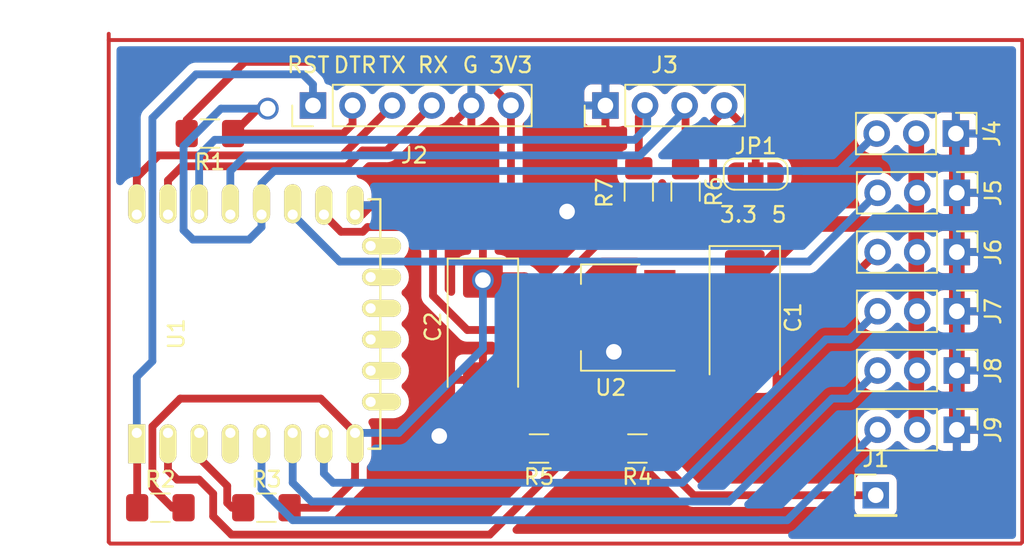
<source format=kicad_pcb>
(kicad_pcb (version 20171130) (host pcbnew 5.1.5)

  (general
    (thickness 1.6)
    (drawings 6)
    (tracks 171)
    (zones 0)
    (modules 21)
    (nets 26)
  )

  (page A4)
  (layers
    (0 F.Cu signal)
    (31 B.Cu signal)
    (32 B.Adhes user hide)
    (33 F.Adhes user hide)
    (34 B.Paste user hide)
    (35 F.Paste user hide)
    (36 B.SilkS user hide)
    (37 F.SilkS user)
    (38 B.Mask user)
    (39 F.Mask user)
    (40 Dwgs.User user)
    (41 Cmts.User user)
    (42 Eco1.User user)
    (43 Eco2.User user)
    (44 Edge.Cuts user)
    (45 Margin user)
    (46 B.CrtYd user)
    (47 F.CrtYd user)
    (48 B.Fab user)
    (49 F.Fab user)
  )

  (setup
    (last_trace_width 0.5)
    (user_trace_width 0.5)
    (user_trace_width 0.75)
    (user_trace_width 1)
    (user_trace_width 1.5)
    (user_trace_width 2)
    (user_trace_width 2.5)
    (user_trace_width 3)
    (user_trace_width 3.5)
    (user_trace_width 4)
    (trace_clearance 0.2)
    (zone_clearance 0.5)
    (zone_45_only no)
    (trace_min 0.2)
    (via_size 0.8)
    (via_drill 0.4)
    (via_min_size 0.4)
    (via_min_drill 0.3)
    (user_via 0.6 0.5)
    (user_via 0.8 0.5)
    (user_via 1.4 1)
    (uvia_size 0.3)
    (uvia_drill 0.1)
    (uvias_allowed no)
    (uvia_min_size 0.2)
    (uvia_min_drill 0.1)
    (edge_width 0.05)
    (segment_width 0.2)
    (pcb_text_width 0.3)
    (pcb_text_size 1.5 1.5)
    (mod_edge_width 0.12)
    (mod_text_size 1 1)
    (mod_text_width 0.15)
    (pad_size 2.5 1.1)
    (pad_drill 0.65)
    (pad_to_mask_clearance 0.051)
    (solder_mask_min_width 0.25)
    (aux_axis_origin 0 0)
    (visible_elements FFFFFF7F)
    (pcbplotparams
      (layerselection 0x010fc_ffffffff)
      (usegerberextensions false)
      (usegerberattributes false)
      (usegerberadvancedattributes false)
      (creategerberjobfile false)
      (excludeedgelayer true)
      (linewidth 0.100000)
      (plotframeref false)
      (viasonmask false)
      (mode 1)
      (useauxorigin false)
      (hpglpennumber 1)
      (hpglpenspeed 20)
      (hpglpendiameter 15.000000)
      (psnegative false)
      (psa4output false)
      (plotreference true)
      (plotvalue true)
      (plotinvisibletext false)
      (padsonsilk false)
      (subtractmaskfromsilk false)
      (outputformat 1)
      (mirror false)
      (drillshape 1)
      (scaleselection 1)
      (outputdirectory ""))
  )

  (net 0 "")
  (net 1 +5V)
  (net 2 GND)
  (net 3 +3V3)
  (net 4 V_BAT)
  (net 5 RST)
  (net 6 CH0)
  (net 7 TX)
  (net 8 RX)
  (net 9 SCL)
  (net 10 SDA)
  (net 11 "Net-(J3-Pad4)")
  (net 12 CH1)
  (net 13 CH2)
  (net 14 CH3)
  (net 15 CH4)
  (net 16 CH5)
  (net 17 "Net-(R3-Pad1)")
  (net 18 ADC)
  (net 19 "Net-(U1-Pad4)")
  (net 20 "Net-(U1-Pad17)")
  (net 21 "Net-(U1-Pad18)")
  (net 22 "Net-(U1-Pad19)")
  (net 23 "Net-(U1-Pad20)")
  (net 24 "Net-(U1-Pad21)")
  (net 25 "Net-(U1-Pad22)")

  (net_class Default "This is the default net class."
    (clearance 0.2)
    (trace_width 0.25)
    (via_dia 0.8)
    (via_drill 0.4)
    (uvia_dia 0.3)
    (uvia_drill 0.1)
    (add_net +3V3)
    (add_net +5V)
    (add_net ADC)
    (add_net CH0)
    (add_net CH1)
    (add_net CH2)
    (add_net CH3)
    (add_net CH4)
    (add_net CH5)
    (add_net GND)
    (add_net "Net-(J3-Pad4)")
    (add_net "Net-(R3-Pad1)")
    (add_net "Net-(U1-Pad17)")
    (add_net "Net-(U1-Pad18)")
    (add_net "Net-(U1-Pad19)")
    (add_net "Net-(U1-Pad20)")
    (add_net "Net-(U1-Pad21)")
    (add_net "Net-(U1-Pad22)")
    (add_net "Net-(U1-Pad4)")
    (add_net RST)
    (add_net RX)
    (add_net SCL)
    (add_net SDA)
    (add_net TX)
    (add_net V_BAT)
  )

  (module Capacitor_Tantalum_SMD:CP_EIA-7343-31_Kemet-D_Pad2.25x2.55mm_HandSolder (layer F.Cu) (tedit 5B301BBE) (tstamp 5DF0EE91)
    (at 148.4 78 270)
    (descr "Tantalum Capacitor SMD Kemet-D (7343-31 Metric), IPC_7351 nominal, (Body size from: http://www.kemet.com/Lists/ProductCatalog/Attachments/253/KEM_TC101_STD.pdf), generated with kicad-footprint-generator")
    (tags "capacitor tantalum")
    (path /5DFE1035)
    (attr smd)
    (fp_text reference C1 (at 0 -3.1 90) (layer F.SilkS)
      (effects (font (size 1 1) (thickness 0.15)))
    )
    (fp_text value 100uF (at 0 3.1 90) (layer F.Fab)
      (effects (font (size 1 1) (thickness 0.15)))
    )
    (fp_line (start 3.65 -2.15) (end -2.65 -2.15) (layer F.Fab) (width 0.1))
    (fp_line (start -2.65 -2.15) (end -3.65 -1.15) (layer F.Fab) (width 0.1))
    (fp_line (start -3.65 -1.15) (end -3.65 2.15) (layer F.Fab) (width 0.1))
    (fp_line (start -3.65 2.15) (end 3.65 2.15) (layer F.Fab) (width 0.1))
    (fp_line (start 3.65 2.15) (end 3.65 -2.15) (layer F.Fab) (width 0.1))
    (fp_line (start 3.65 -2.26) (end -4.585 -2.26) (layer F.SilkS) (width 0.12))
    (fp_line (start -4.585 -2.26) (end -4.585 2.26) (layer F.SilkS) (width 0.12))
    (fp_line (start -4.585 2.26) (end 3.65 2.26) (layer F.SilkS) (width 0.12))
    (fp_line (start -4.58 2.4) (end -4.58 -2.4) (layer F.CrtYd) (width 0.05))
    (fp_line (start -4.58 -2.4) (end 4.58 -2.4) (layer F.CrtYd) (width 0.05))
    (fp_line (start 4.58 -2.4) (end 4.58 2.4) (layer F.CrtYd) (width 0.05))
    (fp_line (start 4.58 2.4) (end -4.58 2.4) (layer F.CrtYd) (width 0.05))
    (fp_text user %R (at 0 0 90) (layer F.Fab)
      (effects (font (size 1 1) (thickness 0.15)))
    )
    (pad 1 smd roundrect (at -3.2 0 270) (size 2.25 2.55) (layers F.Cu F.Paste F.Mask) (roundrect_rratio 0.111111)
      (net 1 +5V))
    (pad 2 smd roundrect (at 3.2 0 270) (size 2.25 2.55) (layers F.Cu F.Paste F.Mask) (roundrect_rratio 0.111111)
      (net 2 GND))
    (model ${KISYS3DMOD}/Capacitor_Tantalum_SMD.3dshapes/CP_EIA-7343-31_Kemet-D.wrl
      (at (xyz 0 0 0))
      (scale (xyz 1 1 1))
      (rotate (xyz 0 0 0))
    )
  )

  (module Capacitor_Tantalum_SMD:CP_EIA-7343-31_Kemet-D_Pad2.25x2.55mm_HandSolder (layer F.Cu) (tedit 5B301BBE) (tstamp 5DF0FF34)
    (at 131.6 78.8 270)
    (descr "Tantalum Capacitor SMD Kemet-D (7343-31 Metric), IPC_7351 nominal, (Body size from: http://www.kemet.com/Lists/ProductCatalog/Attachments/253/KEM_TC101_STD.pdf), generated with kicad-footprint-generator")
    (tags "capacitor tantalum")
    (path /5DFE8FD6)
    (attr smd)
    (fp_text reference C2 (at -0.2 3.2 90) (layer F.SilkS)
      (effects (font (size 1 1) (thickness 0.15)))
    )
    (fp_text value 100uF (at 0 3.1 90) (layer F.Fab)
      (effects (font (size 1 1) (thickness 0.15)))
    )
    (fp_text user %R (at 0 0 90) (layer F.Fab)
      (effects (font (size 1 1) (thickness 0.15)))
    )
    (fp_line (start 4.58 2.4) (end -4.58 2.4) (layer F.CrtYd) (width 0.05))
    (fp_line (start 4.58 -2.4) (end 4.58 2.4) (layer F.CrtYd) (width 0.05))
    (fp_line (start -4.58 -2.4) (end 4.58 -2.4) (layer F.CrtYd) (width 0.05))
    (fp_line (start -4.58 2.4) (end -4.58 -2.4) (layer F.CrtYd) (width 0.05))
    (fp_line (start -4.585 2.26) (end 3.65 2.26) (layer F.SilkS) (width 0.12))
    (fp_line (start -4.585 -2.26) (end -4.585 2.26) (layer F.SilkS) (width 0.12))
    (fp_line (start 3.65 -2.26) (end -4.585 -2.26) (layer F.SilkS) (width 0.12))
    (fp_line (start 3.65 2.15) (end 3.65 -2.15) (layer F.Fab) (width 0.1))
    (fp_line (start -3.65 2.15) (end 3.65 2.15) (layer F.Fab) (width 0.1))
    (fp_line (start -3.65 -1.15) (end -3.65 2.15) (layer F.Fab) (width 0.1))
    (fp_line (start -2.65 -2.15) (end -3.65 -1.15) (layer F.Fab) (width 0.1))
    (fp_line (start 3.65 -2.15) (end -2.65 -2.15) (layer F.Fab) (width 0.1))
    (pad 2 smd roundrect (at 3.2 0 270) (size 2.25 2.55) (layers F.Cu F.Paste F.Mask) (roundrect_rratio 0.111111)
      (net 2 GND))
    (pad 1 smd roundrect (at -3.2 0 270) (size 2.25 2.55) (layers F.Cu F.Paste F.Mask) (roundrect_rratio 0.111111)
      (net 3 +3V3))
    (model ${KISYS3DMOD}/Capacitor_Tantalum_SMD.3dshapes/CP_EIA-7343-31_Kemet-D.wrl
      (at (xyz 0 0 0))
      (scale (xyz 1 1 1))
      (rotate (xyz 0 0 0))
    )
  )

  (module Connector_PinHeader_2.54mm:PinHeader_1x01_P2.54mm_Vertical (layer F.Cu) (tedit 59FED5CC) (tstamp 5DF0FD72)
    (at 156.8 89.4)
    (descr "Through hole straight pin header, 1x01, 2.54mm pitch, single row")
    (tags "Through hole pin header THT 1x01 2.54mm single row")
    (path /5DFA5C7B)
    (fp_text reference J1 (at 0 -2.33) (layer F.SilkS)
      (effects (font (size 1 1) (thickness 0.15)))
    )
    (fp_text value Conn_01x01_Male (at 0 2.33) (layer F.Fab)
      (effects (font (size 1 1) (thickness 0.15)))
    )
    (fp_line (start -0.635 -1.27) (end 1.27 -1.27) (layer F.Fab) (width 0.1))
    (fp_line (start 1.27 -1.27) (end 1.27 1.27) (layer F.Fab) (width 0.1))
    (fp_line (start 1.27 1.27) (end -1.27 1.27) (layer F.Fab) (width 0.1))
    (fp_line (start -1.27 1.27) (end -1.27 -0.635) (layer F.Fab) (width 0.1))
    (fp_line (start -1.27 -0.635) (end -0.635 -1.27) (layer F.Fab) (width 0.1))
    (fp_line (start -1.33 1.33) (end 1.33 1.33) (layer F.SilkS) (width 0.12))
    (fp_line (start -1.33 1.27) (end -1.33 1.33) (layer F.SilkS) (width 0.12))
    (fp_line (start 1.33 1.27) (end 1.33 1.33) (layer F.SilkS) (width 0.12))
    (fp_line (start -1.33 1.27) (end 1.33 1.27) (layer F.SilkS) (width 0.12))
    (fp_line (start -1.33 0) (end -1.33 -1.33) (layer F.SilkS) (width 0.12))
    (fp_line (start -1.33 -1.33) (end 0 -1.33) (layer F.SilkS) (width 0.12))
    (fp_line (start -1.8 -1.8) (end -1.8 1.8) (layer F.CrtYd) (width 0.05))
    (fp_line (start -1.8 1.8) (end 1.8 1.8) (layer F.CrtYd) (width 0.05))
    (fp_line (start 1.8 1.8) (end 1.8 -1.8) (layer F.CrtYd) (width 0.05))
    (fp_line (start 1.8 -1.8) (end -1.8 -1.8) (layer F.CrtYd) (width 0.05))
    (fp_text user %R (at -2.6 -0.2 90) (layer F.Fab)
      (effects (font (size 1 1) (thickness 0.15)))
    )
    (pad 1 thru_hole rect (at 0 0) (size 1.7 1.7) (drill 1) (layers *.Cu *.Mask)
      (net 4 V_BAT))
    (model ${KISYS3DMOD}/Connector_PinHeader_2.54mm.3dshapes/PinHeader_1x01_P2.54mm_Vertical.wrl
      (at (xyz 0 0 0))
      (scale (xyz 1 1 1))
      (rotate (xyz 0 0 0))
    )
  )

  (module Connector_PinHeader_2.54mm:PinHeader_1x06_P2.54mm_Vertical (layer F.Cu) (tedit 59FED5CC) (tstamp 5DF10125)
    (at 120.7 64.4 90)
    (descr "Through hole straight pin header, 1x06, 2.54mm pitch, single row")
    (tags "Through hole pin header THT 1x06 2.54mm single row")
    (path /5DF0EB14)
    (fp_text reference J2 (at -3.2 6.5 180) (layer F.SilkS)
      (effects (font (size 1 1) (thickness 0.15)))
    )
    (fp_text value Conn_01x06_Male (at 0 15.03 90) (layer F.Fab)
      (effects (font (size 1 1) (thickness 0.15)))
    )
    (fp_line (start -0.635 -1.27) (end 1.27 -1.27) (layer F.Fab) (width 0.1))
    (fp_line (start 1.27 -1.27) (end 1.27 13.97) (layer F.Fab) (width 0.1))
    (fp_line (start 1.27 13.97) (end -1.27 13.97) (layer F.Fab) (width 0.1))
    (fp_line (start -1.27 13.97) (end -1.27 -0.635) (layer F.Fab) (width 0.1))
    (fp_line (start -1.27 -0.635) (end -0.635 -1.27) (layer F.Fab) (width 0.1))
    (fp_line (start -1.33 14.03) (end 1.33 14.03) (layer F.SilkS) (width 0.12))
    (fp_line (start -1.33 1.27) (end -1.33 14.03) (layer F.SilkS) (width 0.12))
    (fp_line (start 1.33 1.27) (end 1.33 14.03) (layer F.SilkS) (width 0.12))
    (fp_line (start -1.33 1.27) (end 1.33 1.27) (layer F.SilkS) (width 0.12))
    (fp_line (start -1.33 0) (end -1.33 -1.33) (layer F.SilkS) (width 0.12))
    (fp_line (start -1.33 -1.33) (end 0 -1.33) (layer F.SilkS) (width 0.12))
    (fp_line (start -1.8 -1.8) (end -1.8 14.5) (layer F.CrtYd) (width 0.05))
    (fp_line (start -1.8 14.5) (end 1.8 14.5) (layer F.CrtYd) (width 0.05))
    (fp_line (start 1.8 14.5) (end 1.8 -1.8) (layer F.CrtYd) (width 0.05))
    (fp_line (start 1.8 -1.8) (end -1.8 -1.8) (layer F.CrtYd) (width 0.05))
    (fp_text user %R (at 0 6.35) (layer F.Fab)
      (effects (font (size 1 1) (thickness 0.15)))
    )
    (pad 1 thru_hole rect (at 0 0 90) (size 1.7 1.7) (drill 1) (layers *.Cu *.Mask)
      (net 5 RST))
    (pad 2 thru_hole oval (at 0 2.54 90) (size 1.7 1.7) (drill 1) (layers *.Cu *.Mask)
      (net 6 CH0))
    (pad 3 thru_hole oval (at 0 5.08 90) (size 1.7 1.7) (drill 1) (layers *.Cu *.Mask)
      (net 7 TX))
    (pad 4 thru_hole oval (at 0 7.62 90) (size 1.7 1.7) (drill 1) (layers *.Cu *.Mask)
      (net 8 RX))
    (pad 5 thru_hole oval (at 0 10.16 90) (size 1.7 1.7) (drill 1) (layers *.Cu *.Mask)
      (net 2 GND))
    (pad 6 thru_hole oval (at 0 12.7 90) (size 1.7 1.7) (drill 1) (layers *.Cu *.Mask)
      (net 3 +3V3))
    (model ${KISYS3DMOD}/Connector_PinHeader_2.54mm.3dshapes/PinHeader_1x06_P2.54mm_Vertical.wrl
      (at (xyz 0 0 0))
      (scale (xyz 1 1 1))
      (rotate (xyz 0 0 0))
    )
  )

  (module Connector_PinHeader_2.54mm:PinHeader_1x04_P2.54mm_Vertical (layer F.Cu) (tedit 59FED5CC) (tstamp 5DF0EEEB)
    (at 139.46 64.4 90)
    (descr "Through hole straight pin header, 1x04, 2.54mm pitch, single row")
    (tags "Through hole pin header THT 1x04 2.54mm single row")
    (path /5DF8694B)
    (fp_text reference J3 (at 2.6 3.8 180) (layer F.SilkS)
      (effects (font (size 1 1) (thickness 0.15)))
    )
    (fp_text value Conn_01x04_Male (at 0 9.95 90) (layer F.Fab)
      (effects (font (size 1 1) (thickness 0.15)))
    )
    (fp_line (start -0.635 -1.27) (end 1.27 -1.27) (layer F.Fab) (width 0.1))
    (fp_line (start 1.27 -1.27) (end 1.27 8.89) (layer F.Fab) (width 0.1))
    (fp_line (start 1.27 8.89) (end -1.27 8.89) (layer F.Fab) (width 0.1))
    (fp_line (start -1.27 8.89) (end -1.27 -0.635) (layer F.Fab) (width 0.1))
    (fp_line (start -1.27 -0.635) (end -0.635 -1.27) (layer F.Fab) (width 0.1))
    (fp_line (start -1.33 8.95) (end 1.33 8.95) (layer F.SilkS) (width 0.12))
    (fp_line (start -1.33 1.27) (end -1.33 8.95) (layer F.SilkS) (width 0.12))
    (fp_line (start 1.33 1.27) (end 1.33 8.95) (layer F.SilkS) (width 0.12))
    (fp_line (start -1.33 1.27) (end 1.33 1.27) (layer F.SilkS) (width 0.12))
    (fp_line (start -1.33 0) (end -1.33 -1.33) (layer F.SilkS) (width 0.12))
    (fp_line (start -1.33 -1.33) (end 0 -1.33) (layer F.SilkS) (width 0.12))
    (fp_line (start -1.8 -1.8) (end -1.8 9.4) (layer F.CrtYd) (width 0.05))
    (fp_line (start -1.8 9.4) (end 1.8 9.4) (layer F.CrtYd) (width 0.05))
    (fp_line (start 1.8 9.4) (end 1.8 -1.8) (layer F.CrtYd) (width 0.05))
    (fp_line (start 1.8 -1.8) (end -1.8 -1.8) (layer F.CrtYd) (width 0.05))
    (fp_text user %R (at 0 3.81) (layer F.Fab)
      (effects (font (size 1 1) (thickness 0.15)))
    )
    (pad 1 thru_hole rect (at 0 0 90) (size 1.7 1.7) (drill 1) (layers *.Cu *.Mask)
      (net 2 GND))
    (pad 2 thru_hole oval (at 0 2.54 90) (size 1.7 1.7) (drill 1) (layers *.Cu *.Mask)
      (net 9 SCL))
    (pad 3 thru_hole oval (at 0 5.08 90) (size 1.7 1.7) (drill 1) (layers *.Cu *.Mask)
      (net 10 SDA))
    (pad 4 thru_hole oval (at 0 7.62 90) (size 1.7 1.7) (drill 1) (layers *.Cu *.Mask)
      (net 11 "Net-(J3-Pad4)"))
    (model ${KISYS3DMOD}/Connector_PinHeader_2.54mm.3dshapes/PinHeader_1x04_P2.54mm_Vertical.wrl
      (at (xyz 0 0 0))
      (scale (xyz 1 1 1))
      (rotate (xyz 0 0 0))
    )
  )

  (module Connector_PinHeader_2.54mm:PinHeader_1x03_P2.54mm_Vertical (layer F.Cu) (tedit 59FED5CC) (tstamp 5DF0EF02)
    (at 161.94 66.2 270)
    (descr "Through hole straight pin header, 1x03, 2.54mm pitch, single row")
    (tags "Through hole pin header THT 1x03 2.54mm single row")
    (path /5DF01B1D)
    (fp_text reference J4 (at 0 -2.33 90) (layer F.SilkS)
      (effects (font (size 1 1) (thickness 0.15)))
    )
    (fp_text value Conn_01x03_Male (at 0 7.41 90) (layer F.Fab)
      (effects (font (size 1 1) (thickness 0.15)))
    )
    (fp_line (start -0.635 -1.27) (end 1.27 -1.27) (layer F.Fab) (width 0.1))
    (fp_line (start 1.27 -1.27) (end 1.27 6.35) (layer F.Fab) (width 0.1))
    (fp_line (start 1.27 6.35) (end -1.27 6.35) (layer F.Fab) (width 0.1))
    (fp_line (start -1.27 6.35) (end -1.27 -0.635) (layer F.Fab) (width 0.1))
    (fp_line (start -1.27 -0.635) (end -0.635 -1.27) (layer F.Fab) (width 0.1))
    (fp_line (start -1.33 6.41) (end 1.33 6.41) (layer F.SilkS) (width 0.12))
    (fp_line (start -1.33 1.27) (end -1.33 6.41) (layer F.SilkS) (width 0.12))
    (fp_line (start 1.33 1.27) (end 1.33 6.41) (layer F.SilkS) (width 0.12))
    (fp_line (start -1.33 1.27) (end 1.33 1.27) (layer F.SilkS) (width 0.12))
    (fp_line (start -1.33 0) (end -1.33 -1.33) (layer F.SilkS) (width 0.12))
    (fp_line (start -1.33 -1.33) (end 0 -1.33) (layer F.SilkS) (width 0.12))
    (fp_line (start -1.8 -1.8) (end -1.8 6.85) (layer F.CrtYd) (width 0.05))
    (fp_line (start -1.8 6.85) (end 1.8 6.85) (layer F.CrtYd) (width 0.05))
    (fp_line (start 1.8 6.85) (end 1.8 -1.8) (layer F.CrtYd) (width 0.05))
    (fp_line (start 1.8 -1.8) (end -1.8 -1.8) (layer F.CrtYd) (width 0.05))
    (fp_text user %R (at 0 2.54) (layer F.Fab)
      (effects (font (size 1 1) (thickness 0.15)))
    )
    (pad 1 thru_hole rect (at 0 0 270) (size 1.7 1.7) (drill 1) (layers *.Cu *.Mask)
      (net 2 GND))
    (pad 2 thru_hole oval (at 0 2.54 270) (size 1.7 1.7) (drill 1) (layers *.Cu *.Mask)
      (net 1 +5V))
    (pad 3 thru_hole oval (at 0 5.08 270) (size 1.7 1.7) (drill 1) (layers *.Cu *.Mask)
      (net 6 CH0))
    (model ${KISYS3DMOD}/Connector_PinHeader_2.54mm.3dshapes/PinHeader_1x03_P2.54mm_Vertical.wrl
      (at (xyz 0 0 0))
      (scale (xyz 1 1 1))
      (rotate (xyz 0 0 0))
    )
  )

  (module Connector_PinHeader_2.54mm:PinHeader_1x03_P2.54mm_Vertical (layer F.Cu) (tedit 59FED5CC) (tstamp 5DF0FB21)
    (at 162 70 270)
    (descr "Through hole straight pin header, 1x03, 2.54mm pitch, single row")
    (tags "Through hole pin header THT 1x03 2.54mm single row")
    (path /5DF03DC3)
    (fp_text reference J5 (at 0 -2.33 90) (layer F.SilkS)
      (effects (font (size 1 1) (thickness 0.15)))
    )
    (fp_text value Conn_01x03_Male (at 0 7.41 90) (layer F.Fab)
      (effects (font (size 1 1) (thickness 0.15)))
    )
    (fp_text user %R (at 0 2.54) (layer F.Fab)
      (effects (font (size 1 1) (thickness 0.15)))
    )
    (fp_line (start 1.8 -1.8) (end -1.8 -1.8) (layer F.CrtYd) (width 0.05))
    (fp_line (start 1.8 6.85) (end 1.8 -1.8) (layer F.CrtYd) (width 0.05))
    (fp_line (start -1.8 6.85) (end 1.8 6.85) (layer F.CrtYd) (width 0.05))
    (fp_line (start -1.8 -1.8) (end -1.8 6.85) (layer F.CrtYd) (width 0.05))
    (fp_line (start -1.33 -1.33) (end 0 -1.33) (layer F.SilkS) (width 0.12))
    (fp_line (start -1.33 0) (end -1.33 -1.33) (layer F.SilkS) (width 0.12))
    (fp_line (start -1.33 1.27) (end 1.33 1.27) (layer F.SilkS) (width 0.12))
    (fp_line (start 1.33 1.27) (end 1.33 6.41) (layer F.SilkS) (width 0.12))
    (fp_line (start -1.33 1.27) (end -1.33 6.41) (layer F.SilkS) (width 0.12))
    (fp_line (start -1.33 6.41) (end 1.33 6.41) (layer F.SilkS) (width 0.12))
    (fp_line (start -1.27 -0.635) (end -0.635 -1.27) (layer F.Fab) (width 0.1))
    (fp_line (start -1.27 6.35) (end -1.27 -0.635) (layer F.Fab) (width 0.1))
    (fp_line (start 1.27 6.35) (end -1.27 6.35) (layer F.Fab) (width 0.1))
    (fp_line (start 1.27 -1.27) (end 1.27 6.35) (layer F.Fab) (width 0.1))
    (fp_line (start -0.635 -1.27) (end 1.27 -1.27) (layer F.Fab) (width 0.1))
    (pad 3 thru_hole oval (at 0 5.08 270) (size 1.7 1.7) (drill 1) (layers *.Cu *.Mask)
      (net 12 CH1))
    (pad 2 thru_hole oval (at 0 2.54 270) (size 1.7 1.7) (drill 1) (layers *.Cu *.Mask)
      (net 1 +5V))
    (pad 1 thru_hole rect (at 0 0 270) (size 1.7 1.7) (drill 1) (layers *.Cu *.Mask)
      (net 2 GND))
    (model ${KISYS3DMOD}/Connector_PinHeader_2.54mm.3dshapes/PinHeader_1x03_P2.54mm_Vertical.wrl
      (at (xyz 0 0 0))
      (scale (xyz 1 1 1))
      (rotate (xyz 0 0 0))
    )
  )

  (module Connector_PinHeader_2.54mm:PinHeader_1x03_P2.54mm_Vertical (layer F.Cu) (tedit 59FED5CC) (tstamp 5DF0F614)
    (at 162 73.8 270)
    (descr "Through hole straight pin header, 1x03, 2.54mm pitch, single row")
    (tags "Through hole pin header THT 1x03 2.54mm single row")
    (path /5DF04349)
    (fp_text reference J6 (at 0 -2.33 90) (layer F.SilkS)
      (effects (font (size 1 1) (thickness 0.15)))
    )
    (fp_text value Conn_01x03_Male (at 0 7.41 90) (layer F.Fab)
      (effects (font (size 1 1) (thickness 0.15)))
    )
    (fp_line (start -0.635 -1.27) (end 1.27 -1.27) (layer F.Fab) (width 0.1))
    (fp_line (start 1.27 -1.27) (end 1.27 6.35) (layer F.Fab) (width 0.1))
    (fp_line (start 1.27 6.35) (end -1.27 6.35) (layer F.Fab) (width 0.1))
    (fp_line (start -1.27 6.35) (end -1.27 -0.635) (layer F.Fab) (width 0.1))
    (fp_line (start -1.27 -0.635) (end -0.635 -1.27) (layer F.Fab) (width 0.1))
    (fp_line (start -1.33 6.41) (end 1.33 6.41) (layer F.SilkS) (width 0.12))
    (fp_line (start -1.33 1.27) (end -1.33 6.41) (layer F.SilkS) (width 0.12))
    (fp_line (start 1.33 1.27) (end 1.33 6.41) (layer F.SilkS) (width 0.12))
    (fp_line (start -1.33 1.27) (end 1.33 1.27) (layer F.SilkS) (width 0.12))
    (fp_line (start -1.33 0) (end -1.33 -1.33) (layer F.SilkS) (width 0.12))
    (fp_line (start -1.33 -1.33) (end 0 -1.33) (layer F.SilkS) (width 0.12))
    (fp_line (start -1.8 -1.8) (end -1.8 6.85) (layer F.CrtYd) (width 0.05))
    (fp_line (start -1.8 6.85) (end 1.8 6.85) (layer F.CrtYd) (width 0.05))
    (fp_line (start 1.8 6.85) (end 1.8 -1.8) (layer F.CrtYd) (width 0.05))
    (fp_line (start 1.8 -1.8) (end -1.8 -1.8) (layer F.CrtYd) (width 0.05))
    (fp_text user %R (at 0 2.54) (layer F.Fab)
      (effects (font (size 1 1) (thickness 0.15)))
    )
    (pad 1 thru_hole rect (at 0 0 270) (size 1.7 1.7) (drill 1) (layers *.Cu *.Mask)
      (net 2 GND))
    (pad 2 thru_hole oval (at 0 2.54 270) (size 1.7 1.7) (drill 1) (layers *.Cu *.Mask)
      (net 1 +5V))
    (pad 3 thru_hole oval (at 0 5.08 270) (size 1.7 1.7) (drill 1) (layers *.Cu *.Mask)
      (net 13 CH2))
    (model ${KISYS3DMOD}/Connector_PinHeader_2.54mm.3dshapes/PinHeader_1x03_P2.54mm_Vertical.wrl
      (at (xyz 0 0 0))
      (scale (xyz 1 1 1))
      (rotate (xyz 0 0 0))
    )
  )

  (module Connector_PinHeader_2.54mm:PinHeader_1x03_P2.54mm_Vertical (layer F.Cu) (tedit 59FED5CC) (tstamp 5DF0EF47)
    (at 162 77.6 270)
    (descr "Through hole straight pin header, 1x03, 2.54mm pitch, single row")
    (tags "Through hole pin header THT 1x03 2.54mm single row")
    (path /5DF0490B)
    (fp_text reference J7 (at 0 -2.33 90) (layer F.SilkS)
      (effects (font (size 1 1) (thickness 0.15)))
    )
    (fp_text value Conn_01x03_Male (at 0 7.41 90) (layer F.Fab)
      (effects (font (size 1 1) (thickness 0.15)))
    )
    (fp_text user %R (at 0 2.54) (layer F.Fab)
      (effects (font (size 1 1) (thickness 0.15)))
    )
    (fp_line (start 1.8 -1.8) (end -1.8 -1.8) (layer F.CrtYd) (width 0.05))
    (fp_line (start 1.8 6.85) (end 1.8 -1.8) (layer F.CrtYd) (width 0.05))
    (fp_line (start -1.8 6.85) (end 1.8 6.85) (layer F.CrtYd) (width 0.05))
    (fp_line (start -1.8 -1.8) (end -1.8 6.85) (layer F.CrtYd) (width 0.05))
    (fp_line (start -1.33 -1.33) (end 0 -1.33) (layer F.SilkS) (width 0.12))
    (fp_line (start -1.33 0) (end -1.33 -1.33) (layer F.SilkS) (width 0.12))
    (fp_line (start -1.33 1.27) (end 1.33 1.27) (layer F.SilkS) (width 0.12))
    (fp_line (start 1.33 1.27) (end 1.33 6.41) (layer F.SilkS) (width 0.12))
    (fp_line (start -1.33 1.27) (end -1.33 6.41) (layer F.SilkS) (width 0.12))
    (fp_line (start -1.33 6.41) (end 1.33 6.41) (layer F.SilkS) (width 0.12))
    (fp_line (start -1.27 -0.635) (end -0.635 -1.27) (layer F.Fab) (width 0.1))
    (fp_line (start -1.27 6.35) (end -1.27 -0.635) (layer F.Fab) (width 0.1))
    (fp_line (start 1.27 6.35) (end -1.27 6.35) (layer F.Fab) (width 0.1))
    (fp_line (start 1.27 -1.27) (end 1.27 6.35) (layer F.Fab) (width 0.1))
    (fp_line (start -0.635 -1.27) (end 1.27 -1.27) (layer F.Fab) (width 0.1))
    (pad 3 thru_hole oval (at 0 5.08 270) (size 1.7 1.7) (drill 1) (layers *.Cu *.Mask)
      (net 14 CH3))
    (pad 2 thru_hole oval (at 0 2.54 270) (size 1.7 1.7) (drill 1) (layers *.Cu *.Mask)
      (net 1 +5V))
    (pad 1 thru_hole rect (at 0 0 270) (size 1.7 1.7) (drill 1) (layers *.Cu *.Mask)
      (net 2 GND))
    (model ${KISYS3DMOD}/Connector_PinHeader_2.54mm.3dshapes/PinHeader_1x03_P2.54mm_Vertical.wrl
      (at (xyz 0 0 0))
      (scale (xyz 1 1 1))
      (rotate (xyz 0 0 0))
    )
  )

  (module Connector_PinHeader_2.54mm:PinHeader_1x03_P2.54mm_Vertical (layer F.Cu) (tedit 59FED5CC) (tstamp 5DF0EF5E)
    (at 162 81.4 270)
    (descr "Through hole straight pin header, 1x03, 2.54mm pitch, single row")
    (tags "Through hole pin header THT 1x03 2.54mm single row")
    (path /5DF04E45)
    (fp_text reference J8 (at 0 -2.33 90) (layer F.SilkS)
      (effects (font (size 1 1) (thickness 0.15)))
    )
    (fp_text value Conn_01x03_Male (at 0 7.41 90) (layer F.Fab)
      (effects (font (size 1 1) (thickness 0.15)))
    )
    (fp_line (start -0.635 -1.27) (end 1.27 -1.27) (layer F.Fab) (width 0.1))
    (fp_line (start 1.27 -1.27) (end 1.27 6.35) (layer F.Fab) (width 0.1))
    (fp_line (start 1.27 6.35) (end -1.27 6.35) (layer F.Fab) (width 0.1))
    (fp_line (start -1.27 6.35) (end -1.27 -0.635) (layer F.Fab) (width 0.1))
    (fp_line (start -1.27 -0.635) (end -0.635 -1.27) (layer F.Fab) (width 0.1))
    (fp_line (start -1.33 6.41) (end 1.33 6.41) (layer F.SilkS) (width 0.12))
    (fp_line (start -1.33 1.27) (end -1.33 6.41) (layer F.SilkS) (width 0.12))
    (fp_line (start 1.33 1.27) (end 1.33 6.41) (layer F.SilkS) (width 0.12))
    (fp_line (start -1.33 1.27) (end 1.33 1.27) (layer F.SilkS) (width 0.12))
    (fp_line (start -1.33 0) (end -1.33 -1.33) (layer F.SilkS) (width 0.12))
    (fp_line (start -1.33 -1.33) (end 0 -1.33) (layer F.SilkS) (width 0.12))
    (fp_line (start -1.8 -1.8) (end -1.8 6.85) (layer F.CrtYd) (width 0.05))
    (fp_line (start -1.8 6.85) (end 1.8 6.85) (layer F.CrtYd) (width 0.05))
    (fp_line (start 1.8 6.85) (end 1.8 -1.8) (layer F.CrtYd) (width 0.05))
    (fp_line (start 1.8 -1.8) (end -1.8 -1.8) (layer F.CrtYd) (width 0.05))
    (fp_text user %R (at 0 2.54) (layer F.Fab)
      (effects (font (size 1 1) (thickness 0.15)))
    )
    (pad 1 thru_hole rect (at 0 0 270) (size 1.7 1.7) (drill 1) (layers *.Cu *.Mask)
      (net 2 GND))
    (pad 2 thru_hole oval (at 0 2.54 270) (size 1.7 1.7) (drill 1) (layers *.Cu *.Mask)
      (net 1 +5V))
    (pad 3 thru_hole oval (at 0 5.08 270) (size 1.7 1.7) (drill 1) (layers *.Cu *.Mask)
      (net 15 CH4))
    (model ${KISYS3DMOD}/Connector_PinHeader_2.54mm.3dshapes/PinHeader_1x03_P2.54mm_Vertical.wrl
      (at (xyz 0 0 0))
      (scale (xyz 1 1 1))
      (rotate (xyz 0 0 0))
    )
  )

  (module Connector_PinHeader_2.54mm:PinHeader_1x03_P2.54mm_Vertical (layer F.Cu) (tedit 59FED5CC) (tstamp 5DF11844)
    (at 162 85.2 270)
    (descr "Through hole straight pin header, 1x03, 2.54mm pitch, single row")
    (tags "Through hole pin header THT 1x03 2.54mm single row")
    (path /5DF051ED)
    (fp_text reference J9 (at 0 -2.33 90) (layer F.SilkS)
      (effects (font (size 1 1) (thickness 0.15)))
    )
    (fp_text value Conn_01x03_Male (at 0 7.41 90) (layer F.Fab)
      (effects (font (size 1 1) (thickness 0.15)))
    )
    (fp_text user %R (at 0 2.54) (layer F.Fab)
      (effects (font (size 1 1) (thickness 0.15)))
    )
    (fp_line (start 1.8 -1.8) (end -1.8 -1.8) (layer F.CrtYd) (width 0.05))
    (fp_line (start 1.8 6.85) (end 1.8 -1.8) (layer F.CrtYd) (width 0.05))
    (fp_line (start -1.8 6.85) (end 1.8 6.85) (layer F.CrtYd) (width 0.05))
    (fp_line (start -1.8 -1.8) (end -1.8 6.85) (layer F.CrtYd) (width 0.05))
    (fp_line (start -1.33 -1.33) (end 0 -1.33) (layer F.SilkS) (width 0.12))
    (fp_line (start -1.33 0) (end -1.33 -1.33) (layer F.SilkS) (width 0.12))
    (fp_line (start -1.33 1.27) (end 1.33 1.27) (layer F.SilkS) (width 0.12))
    (fp_line (start 1.33 1.27) (end 1.33 6.41) (layer F.SilkS) (width 0.12))
    (fp_line (start -1.33 1.27) (end -1.33 6.41) (layer F.SilkS) (width 0.12))
    (fp_line (start -1.33 6.41) (end 1.33 6.41) (layer F.SilkS) (width 0.12))
    (fp_line (start -1.27 -0.635) (end -0.635 -1.27) (layer F.Fab) (width 0.1))
    (fp_line (start -1.27 6.35) (end -1.27 -0.635) (layer F.Fab) (width 0.1))
    (fp_line (start 1.27 6.35) (end -1.27 6.35) (layer F.Fab) (width 0.1))
    (fp_line (start 1.27 -1.27) (end 1.27 6.35) (layer F.Fab) (width 0.1))
    (fp_line (start -0.635 -1.27) (end 1.27 -1.27) (layer F.Fab) (width 0.1))
    (pad 3 thru_hole oval (at 0 5.08 270) (size 1.7 1.7) (drill 1) (layers *.Cu *.Mask)
      (net 16 CH5))
    (pad 2 thru_hole oval (at 0 2.54 270) (size 1.7 1.7) (drill 1) (layers *.Cu *.Mask)
      (net 1 +5V))
    (pad 1 thru_hole rect (at 0 0 270) (size 1.7 1.7) (drill 1) (layers *.Cu *.Mask)
      (net 2 GND))
    (model ${KISYS3DMOD}/Connector_PinHeader_2.54mm.3dshapes/PinHeader_1x03_P2.54mm_Vertical.wrl
      (at (xyz 0 0 0))
      (scale (xyz 1 1 1))
      (rotate (xyz 0 0 0))
    )
  )

  (module Jumper:SolderJumper-3_P1.3mm_Open_RoundedPad1.0x1.5mm_NumberLabels (layer F.Cu) (tedit 5B391ED1) (tstamp 5DF1193B)
    (at 149.1 68.8)
    (descr "SMD Solder 3-pad Jumper, 1x1.5mm rounded Pads, 0.3mm gap, open, labeled with numbers")
    (tags "solder jumper open")
    (path /5DFC2097)
    (attr virtual)
    (fp_text reference JP1 (at 0 -1.8) (layer F.SilkS)
      (effects (font (size 1 1) (thickness 0.15)))
    )
    (fp_text value Jumper_3_Bridged12 (at 0 1.9) (layer F.Fab)
      (effects (font (size 1 1) (thickness 0.15)))
    )
    (fp_text user 5 (at 1.5 2.6) (layer F.SilkS)
      (effects (font (size 1 1) (thickness 0.15)))
    )
    (fp_text user 3.3 (at -1.1 2.6) (layer F.SilkS)
      (effects (font (size 1 1) (thickness 0.15)))
    )
    (fp_line (start -2.05 0.3) (end -2.05 -0.3) (layer F.SilkS) (width 0.12))
    (fp_line (start 1.4 1) (end -1.4 1) (layer F.SilkS) (width 0.12))
    (fp_line (start 2.05 -0.3) (end 2.05 0.3) (layer F.SilkS) (width 0.12))
    (fp_line (start -1.4 -1) (end 1.4 -1) (layer F.SilkS) (width 0.12))
    (fp_line (start -2.3 -1.25) (end 2.3 -1.25) (layer F.CrtYd) (width 0.05))
    (fp_line (start -2.3 -1.25) (end -2.3 1.25) (layer F.CrtYd) (width 0.05))
    (fp_line (start 2.3 1.25) (end 2.3 -1.25) (layer F.CrtYd) (width 0.05))
    (fp_line (start 2.3 1.25) (end -2.3 1.25) (layer F.CrtYd) (width 0.05))
    (fp_arc (start 1.35 -0.3) (end 2.05 -0.3) (angle -90) (layer F.SilkS) (width 0.12))
    (fp_arc (start 1.35 0.3) (end 1.35 1) (angle -90) (layer F.SilkS) (width 0.12))
    (fp_arc (start -1.35 0.3) (end -2.05 0.3) (angle -90) (layer F.SilkS) (width 0.12))
    (fp_arc (start -1.35 -0.3) (end -1.35 -1) (angle -90) (layer F.SilkS) (width 0.12))
    (pad 1 smd custom (at -1.3 0) (size 1 0.5) (layers F.Cu F.Mask)
      (net 3 +3V3) (zone_connect 2)
      (options (clearance outline) (anchor rect))
      (primitives
        (gr_circle (center 0 0.25) (end 0.5 0.25) (width 0))
        (gr_circle (center 0 -0.25) (end 0.5 -0.25) (width 0))
        (gr_poly (pts
           (xy 0.55 -0.75) (xy 0 -0.75) (xy 0 0.75) (xy 0.55 0.75)) (width 0))
      ))
    (pad 3 smd custom (at 1.3 0) (size 1 0.5) (layers F.Cu F.Mask)
      (net 1 +5V) (zone_connect 2)
      (options (clearance outline) (anchor rect))
      (primitives
        (gr_circle (center 0 0.25) (end 0.5 0.25) (width 0))
        (gr_circle (center 0 -0.25) (end 0.5 -0.25) (width 0))
        (gr_poly (pts
           (xy -0.55 -0.75) (xy 0 -0.75) (xy 0 0.75) (xy -0.55 0.75)) (width 0))
      ))
    (pad 2 smd rect (at 0 0) (size 1 1.5) (layers F.Cu F.Mask)
      (net 11 "Net-(J3-Pad4)"))
  )

  (module Resistor_SMD:R_1206_3216Metric_Pad1.42x1.75mm_HandSolder (layer F.Cu) (tedit 5B301BBD) (tstamp 5DF0EF9B)
    (at 114.0875 66.2 180)
    (descr "Resistor SMD 1206 (3216 Metric), square (rectangular) end terminal, IPC_7351 nominal with elongated pad for handsoldering. (Body size source: http://www.tortai-tech.com/upload/download/2011102023233369053.pdf), generated with kicad-footprint-generator")
    (tags "resistor handsolder")
    (path /5DF4F100)
    (attr smd)
    (fp_text reference R1 (at 0 -1.82) (layer F.SilkS)
      (effects (font (size 1 1) (thickness 0.15)))
    )
    (fp_text value 10k (at 0 1.82) (layer F.Fab)
      (effects (font (size 1 1) (thickness 0.15)))
    )
    (fp_line (start -1.6 0.8) (end -1.6 -0.8) (layer F.Fab) (width 0.1))
    (fp_line (start -1.6 -0.8) (end 1.6 -0.8) (layer F.Fab) (width 0.1))
    (fp_line (start 1.6 -0.8) (end 1.6 0.8) (layer F.Fab) (width 0.1))
    (fp_line (start 1.6 0.8) (end -1.6 0.8) (layer F.Fab) (width 0.1))
    (fp_line (start -0.602064 -0.91) (end 0.602064 -0.91) (layer F.SilkS) (width 0.12))
    (fp_line (start -0.602064 0.91) (end 0.602064 0.91) (layer F.SilkS) (width 0.12))
    (fp_line (start -2.45 1.12) (end -2.45 -1.12) (layer F.CrtYd) (width 0.05))
    (fp_line (start -2.45 -1.12) (end 2.45 -1.12) (layer F.CrtYd) (width 0.05))
    (fp_line (start 2.45 -1.12) (end 2.45 1.12) (layer F.CrtYd) (width 0.05))
    (fp_line (start 2.45 1.12) (end -2.45 1.12) (layer F.CrtYd) (width 0.05))
    (fp_text user %R (at 0 0) (layer F.Fab)
      (effects (font (size 0.8 0.8) (thickness 0.12)))
    )
    (pad 1 smd roundrect (at -1.4875 0 180) (size 1.425 1.75) (layers F.Cu F.Paste F.Mask) (roundrect_rratio 0.175439)
      (net 6 CH0))
    (pad 2 smd roundrect (at 1.4875 0 180) (size 1.425 1.75) (layers F.Cu F.Paste F.Mask) (roundrect_rratio 0.175439)
      (net 3 +3V3))
    (model ${KISYS3DMOD}/Resistor_SMD.3dshapes/R_1206_3216Metric.wrl
      (at (xyz 0 0 0))
      (scale (xyz 1 1 1))
      (rotate (xyz 0 0 0))
    )
  )

  (module Resistor_SMD:R_1206_3216Metric_Pad1.42x1.75mm_HandSolder (layer F.Cu) (tedit 5B301BBD) (tstamp 5DF10A9E)
    (at 110.9125 90.2)
    (descr "Resistor SMD 1206 (3216 Metric), square (rectangular) end terminal, IPC_7351 nominal with elongated pad for handsoldering. (Body size source: http://www.tortai-tech.com/upload/download/2011102023233369053.pdf), generated with kicad-footprint-generator")
    (tags "resistor handsolder")
    (path /5DF4C7E9)
    (attr smd)
    (fp_text reference R2 (at 0 -1.82) (layer F.SilkS)
      (effects (font (size 1 1) (thickness 0.15)))
    )
    (fp_text value 10k (at 0 1.82) (layer F.Fab)
      (effects (font (size 1 1) (thickness 0.15)))
    )
    (fp_line (start -1.6 0.8) (end -1.6 -0.8) (layer F.Fab) (width 0.1))
    (fp_line (start -1.6 -0.8) (end 1.6 -0.8) (layer F.Fab) (width 0.1))
    (fp_line (start 1.6 -0.8) (end 1.6 0.8) (layer F.Fab) (width 0.1))
    (fp_line (start 1.6 0.8) (end -1.6 0.8) (layer F.Fab) (width 0.1))
    (fp_line (start -0.602064 -0.91) (end 0.602064 -0.91) (layer F.SilkS) (width 0.12))
    (fp_line (start -0.602064 0.91) (end 0.602064 0.91) (layer F.SilkS) (width 0.12))
    (fp_line (start -2.45 1.12) (end -2.45 -1.12) (layer F.CrtYd) (width 0.05))
    (fp_line (start -2.45 -1.12) (end 2.45 -1.12) (layer F.CrtYd) (width 0.05))
    (fp_line (start 2.45 -1.12) (end 2.45 1.12) (layer F.CrtYd) (width 0.05))
    (fp_line (start 2.45 1.12) (end -2.45 1.12) (layer F.CrtYd) (width 0.05))
    (fp_text user %R (at 0 0) (layer F.Fab)
      (effects (font (size 0.8 0.8) (thickness 0.12)))
    )
    (pad 1 smd roundrect (at -1.4875 0) (size 1.425 1.75) (layers F.Cu F.Paste F.Mask) (roundrect_rratio 0.175439)
      (net 5 RST))
    (pad 2 smd roundrect (at 1.4875 0) (size 1.425 1.75) (layers F.Cu F.Paste F.Mask) (roundrect_rratio 0.175439)
      (net 3 +3V3))
    (model ${KISYS3DMOD}/Resistor_SMD.3dshapes/R_1206_3216Metric.wrl
      (at (xyz 0 0 0))
      (scale (xyz 1 1 1))
      (rotate (xyz 0 0 0))
    )
  )

  (module Resistor_SMD:R_1206_3216Metric_Pad1.42x1.75mm_HandSolder (layer F.Cu) (tedit 5B301BBD) (tstamp 5DF0EFBD)
    (at 117.7125 90.2)
    (descr "Resistor SMD 1206 (3216 Metric), square (rectangular) end terminal, IPC_7351 nominal with elongated pad for handsoldering. (Body size source: http://www.tortai-tech.com/upload/download/2011102023233369053.pdf), generated with kicad-footprint-generator")
    (tags "resistor handsolder")
    (path /5DF4BCD5)
    (attr smd)
    (fp_text reference R3 (at 0 -1.82) (layer F.SilkS)
      (effects (font (size 1 1) (thickness 0.15)))
    )
    (fp_text value 10k (at 0 1.82) (layer F.Fab)
      (effects (font (size 1 1) (thickness 0.15)))
    )
    (fp_text user %R (at 0 0) (layer F.Fab)
      (effects (font (size 0.8 0.8) (thickness 0.12)))
    )
    (fp_line (start 2.45 1.12) (end -2.45 1.12) (layer F.CrtYd) (width 0.05))
    (fp_line (start 2.45 -1.12) (end 2.45 1.12) (layer F.CrtYd) (width 0.05))
    (fp_line (start -2.45 -1.12) (end 2.45 -1.12) (layer F.CrtYd) (width 0.05))
    (fp_line (start -2.45 1.12) (end -2.45 -1.12) (layer F.CrtYd) (width 0.05))
    (fp_line (start -0.602064 0.91) (end 0.602064 0.91) (layer F.SilkS) (width 0.12))
    (fp_line (start -0.602064 -0.91) (end 0.602064 -0.91) (layer F.SilkS) (width 0.12))
    (fp_line (start 1.6 0.8) (end -1.6 0.8) (layer F.Fab) (width 0.1))
    (fp_line (start 1.6 -0.8) (end 1.6 0.8) (layer F.Fab) (width 0.1))
    (fp_line (start -1.6 -0.8) (end 1.6 -0.8) (layer F.Fab) (width 0.1))
    (fp_line (start -1.6 0.8) (end -1.6 -0.8) (layer F.Fab) (width 0.1))
    (pad 2 smd roundrect (at 1.4875 0) (size 1.425 1.75) (layers F.Cu F.Paste F.Mask) (roundrect_rratio 0.175439)
      (net 3 +3V3))
    (pad 1 smd roundrect (at -1.4875 0) (size 1.425 1.75) (layers F.Cu F.Paste F.Mask) (roundrect_rratio 0.175439)
      (net 17 "Net-(R3-Pad1)"))
    (model ${KISYS3DMOD}/Resistor_SMD.3dshapes/R_1206_3216Metric.wrl
      (at (xyz 0 0 0))
      (scale (xyz 1 1 1))
      (rotate (xyz 0 0 0))
    )
  )

  (module Resistor_SMD:R_1206_3216Metric_Pad1.42x1.75mm_HandSolder (layer F.Cu) (tedit 5B301BBD) (tstamp 5DF10809)
    (at 141.5125 86.4 180)
    (descr "Resistor SMD 1206 (3216 Metric), square (rectangular) end terminal, IPC_7351 nominal with elongated pad for handsoldering. (Body size source: http://www.tortai-tech.com/upload/download/2011102023233369053.pdf), generated with kicad-footprint-generator")
    (tags "resistor handsolder")
    (path /5DF5E255)
    (attr smd)
    (fp_text reference R4 (at 0 -1.82) (layer F.SilkS)
      (effects (font (size 1 1) (thickness 0.15)))
    )
    (fp_text value 100K (at 0 1.82) (layer F.Fab)
      (effects (font (size 1 1) (thickness 0.15)))
    )
    (fp_text user %R (at 0 0) (layer F.Fab)
      (effects (font (size 0.8 0.8) (thickness 0.12)))
    )
    (fp_line (start 2.45 1.12) (end -2.45 1.12) (layer F.CrtYd) (width 0.05))
    (fp_line (start 2.45 -1.12) (end 2.45 1.12) (layer F.CrtYd) (width 0.05))
    (fp_line (start -2.45 -1.12) (end 2.45 -1.12) (layer F.CrtYd) (width 0.05))
    (fp_line (start -2.45 1.12) (end -2.45 -1.12) (layer F.CrtYd) (width 0.05))
    (fp_line (start -0.602064 0.91) (end 0.602064 0.91) (layer F.SilkS) (width 0.12))
    (fp_line (start -0.602064 -0.91) (end 0.602064 -0.91) (layer F.SilkS) (width 0.12))
    (fp_line (start 1.6 0.8) (end -1.6 0.8) (layer F.Fab) (width 0.1))
    (fp_line (start 1.6 -0.8) (end 1.6 0.8) (layer F.Fab) (width 0.1))
    (fp_line (start -1.6 -0.8) (end 1.6 -0.8) (layer F.Fab) (width 0.1))
    (fp_line (start -1.6 0.8) (end -1.6 -0.8) (layer F.Fab) (width 0.1))
    (pad 2 smd roundrect (at 1.4875 0 180) (size 1.425 1.75) (layers F.Cu F.Paste F.Mask) (roundrect_rratio 0.175439)
      (net 18 ADC))
    (pad 1 smd roundrect (at -1.4875 0 180) (size 1.425 1.75) (layers F.Cu F.Paste F.Mask) (roundrect_rratio 0.175439)
      (net 4 V_BAT))
    (model ${KISYS3DMOD}/Resistor_SMD.3dshapes/R_1206_3216Metric.wrl
      (at (xyz 0 0 0))
      (scale (xyz 1 1 1))
      (rotate (xyz 0 0 0))
    )
  )

  (module Resistor_SMD:R_1206_3216Metric_Pad1.42x1.75mm_HandSolder (layer F.Cu) (tedit 5B301BBD) (tstamp 5DF0EFDF)
    (at 135.2 86.4 180)
    (descr "Resistor SMD 1206 (3216 Metric), square (rectangular) end terminal, IPC_7351 nominal with elongated pad for handsoldering. (Body size source: http://www.tortai-tech.com/upload/download/2011102023233369053.pdf), generated with kicad-footprint-generator")
    (tags "resistor handsolder")
    (path /5DF5E62D)
    (attr smd)
    (fp_text reference R5 (at 0 -1.82) (layer F.SilkS)
      (effects (font (size 1 1) (thickness 0.15)))
    )
    (fp_text value 3.3k (at 0 1.82) (layer F.Fab)
      (effects (font (size 1 1) (thickness 0.15)))
    )
    (fp_line (start -1.6 0.8) (end -1.6 -0.8) (layer F.Fab) (width 0.1))
    (fp_line (start -1.6 -0.8) (end 1.6 -0.8) (layer F.Fab) (width 0.1))
    (fp_line (start 1.6 -0.8) (end 1.6 0.8) (layer F.Fab) (width 0.1))
    (fp_line (start 1.6 0.8) (end -1.6 0.8) (layer F.Fab) (width 0.1))
    (fp_line (start -0.602064 -0.91) (end 0.602064 -0.91) (layer F.SilkS) (width 0.12))
    (fp_line (start -0.602064 0.91) (end 0.602064 0.91) (layer F.SilkS) (width 0.12))
    (fp_line (start -2.45 1.12) (end -2.45 -1.12) (layer F.CrtYd) (width 0.05))
    (fp_line (start -2.45 -1.12) (end 2.45 -1.12) (layer F.CrtYd) (width 0.05))
    (fp_line (start 2.45 -1.12) (end 2.45 1.12) (layer F.CrtYd) (width 0.05))
    (fp_line (start 2.45 1.12) (end -2.45 1.12) (layer F.CrtYd) (width 0.05))
    (fp_text user %R (at 0 0) (layer F.Fab)
      (effects (font (size 0.8 0.8) (thickness 0.12)))
    )
    (pad 1 smd roundrect (at -1.4875 0 180) (size 1.425 1.75) (layers F.Cu F.Paste F.Mask) (roundrect_rratio 0.175439)
      (net 18 ADC))
    (pad 2 smd roundrect (at 1.4875 0 180) (size 1.425 1.75) (layers F.Cu F.Paste F.Mask) (roundrect_rratio 0.175439)
      (net 2 GND))
    (model ${KISYS3DMOD}/Resistor_SMD.3dshapes/R_1206_3216Metric.wrl
      (at (xyz 0 0 0))
      (scale (xyz 1 1 1))
      (rotate (xyz 0 0 0))
    )
  )

  (module ESP8266:ESP-12E (layer F.Cu) (tedit 5DF8CDE1) (tstamp 5DF0F00D)
    (at 109.4 85.4 90)
    (descr "Module, ESP-8266, ESP-12, 16 pad, SMD")
    (tags "Module ESP-8266 ESP8266")
    (path /5DF000C3)
    (fp_text reference U1 (at 6.35 2.54 90) (layer F.SilkS)
      (effects (font (size 1 1) (thickness 0.15)))
    )
    (fp_text value ESP-12E (at 6.35 6.35 90) (layer F.Fab) hide
      (effects (font (size 1 1) (thickness 0.15)))
    )
    (fp_line (start -2.25 -0.5) (end -2.25 -8.75) (layer F.CrtYd) (width 0.05))
    (fp_line (start -2.25 -8.75) (end 15.25 -8.75) (layer F.CrtYd) (width 0.05))
    (fp_line (start 15.25 -8.75) (end 16.25 -8.75) (layer F.CrtYd) (width 0.05))
    (fp_line (start 16.25 -8.75) (end 16.25 16) (layer F.CrtYd) (width 0.05))
    (fp_line (start 16.25 16) (end -2.25 16) (layer F.CrtYd) (width 0.05))
    (fp_line (start -2.25 16) (end -2.25 -0.5) (layer F.CrtYd) (width 0.05))
    (fp_line (start -1.016 -8.382) (end 14.986 -8.382) (layer F.CrtYd) (width 0.1524))
    (fp_line (start 14.986 -8.382) (end 14.986 -0.889) (layer F.CrtYd) (width 0.1524))
    (fp_line (start -1.016 -8.382) (end -1.016 -1.016) (layer F.CrtYd) (width 0.1524))
    (fp_line (start -1.016 14.859) (end -1.016 15.621) (layer F.SilkS) (width 0.1524))
    (fp_line (start -1.016 15.621) (end 14.986 15.621) (layer F.SilkS) (width 0.1524))
    (fp_line (start 14.986 15.621) (end 14.986 14.859) (layer F.SilkS) (width 0.1524))
    (fp_line (start 14.992 -8.4) (end -1.008 -2.6) (layer F.CrtYd) (width 0.1524))
    (fp_line (start -1.008 -8.4) (end 14.992 -2.6) (layer F.CrtYd) (width 0.1524))
    (fp_text user "No Copper" (at 6.892 -5.4 90) (layer F.CrtYd)
      (effects (font (size 1 1) (thickness 0.15)))
    )
    (fp_line (start -1.008 -2.6) (end 14.992 -2.6) (layer F.CrtYd) (width 0.1524))
    (fp_line (start 15 -8.4) (end 15 15.6) (layer F.Fab) (width 0.05))
    (fp_line (start 14.992 15.6) (end -1.008 15.6) (layer F.Fab) (width 0.05))
    (fp_line (start -1.008 15.6) (end -1.008 -8.4) (layer F.Fab) (width 0.05))
    (fp_line (start -1.008 -8.4) (end 14.992 -8.4) (layer F.Fab) (width 0.05))
    (pad 1 thru_hole rect (at 0 0 90) (size 2.5 1.1) (drill 0.65 (offset -0.7 0)) (layers *.Cu *.Mask F.SilkS)
      (net 5 RST))
    (pad 2 thru_hole oval (at 0 2 90) (size 2.5 1.1) (drill 0.65 (offset -0.7 0)) (layers *.Cu *.Mask F.SilkS)
      (net 18 ADC))
    (pad 3 thru_hole oval (at 0 4 90) (size 2.5 1.1) (drill 0.65 (offset -0.7 0)) (layers *.Cu *.Mask F.SilkS)
      (net 17 "Net-(R3-Pad1)"))
    (pad 4 thru_hole oval (at 0 6 90) (size 2.5 1.1) (drill 0.65 (offset -0.7 0)) (layers *.Cu *.Mask F.SilkS)
      (net 19 "Net-(U1-Pad4)"))
    (pad 5 thru_hole oval (at 0 8 90) (size 2.5 1.1) (drill 0.65 (offset -0.7 0)) (layers *.Cu *.Mask F.SilkS)
      (net 16 CH5))
    (pad 6 thru_hole oval (at 0 10 90) (size 2.5 1.1) (drill 0.65 (offset -0.7 0)) (layers *.Cu *.Mask F.SilkS)
      (net 15 CH4))
    (pad 7 thru_hole oval (at 0 12 90) (size 2.5 1.1) (drill 0.65 (offset -0.7 0)) (layers *.Cu *.Mask F.SilkS)
      (net 14 CH3))
    (pad 8 thru_hole oval (at 0 14 90) (size 2.5 1.1) (drill 0.65 (offset -0.7 0)) (layers *.Cu *.Mask F.SilkS)
      (net 3 +3V3))
    (pad 9 thru_hole oval (at 14 14 90) (size 2.5 1.1) (drill 0.65 (offset 0.6 0)) (layers *.Cu *.Mask F.SilkS)
      (net 2 GND))
    (pad 10 thru_hole oval (at 14 12 90) (size 2.5 1.1) (drill 0.65 (offset 0.6 0)) (layers *.Cu *.Mask F.SilkS)
      (net 13 CH2))
    (pad 11 thru_hole oval (at 14 10 90) (size 2.5 1.1) (drill 0.65 (offset 0.7 0)) (layers *.Cu *.Mask F.SilkS)
      (net 12 CH1))
    (pad 12 thru_hole oval (at 14 8 90) (size 2.5 1.1) (drill 0.65 (offset 0.7 0)) (layers *.Cu *.Mask F.SilkS)
      (net 6 CH0))
    (pad 13 thru_hole oval (at 14 6 90) (size 2.5 1.1) (drill 0.65 (offset 0.7 0)) (layers *.Cu *.Mask F.SilkS)
      (net 10 SDA))
    (pad 14 thru_hole oval (at 14 4 90) (size 2.5 1.1) (drill 0.65 (offset 0.7 0)) (layers *.Cu *.Mask F.SilkS)
      (net 9 SCL))
    (pad 15 thru_hole oval (at 14 2 90) (size 2.5 1.1) (drill 0.65 (offset 0.7 0)) (layers *.Cu *.Mask F.SilkS)
      (net 8 RX))
    (pad 16 thru_hole oval (at 14 0 90) (size 2.5 1.1) (drill 0.65 (offset 0.7 0)) (layers *.Cu *.Mask F.SilkS)
      (net 7 TX))
    (pad 17 thru_hole oval (at 1.99 15 180) (size 2.5 1.1) (drill 0.65 (offset -0.7 0)) (layers *.Cu *.Mask F.SilkS)
      (net 20 "Net-(U1-Pad17)"))
    (pad 18 thru_hole oval (at 3.99 15 180) (size 2.5 1.1) (drill 0.65 (offset -0.7 0)) (layers *.Cu *.Mask F.SilkS)
      (net 21 "Net-(U1-Pad18)"))
    (pad 19 thru_hole oval (at 5.99 15 180) (size 2.5 1.1) (drill 0.65 (offset -0.7 0)) (layers *.Cu *.Mask F.SilkS)
      (net 22 "Net-(U1-Pad19)"))
    (pad 20 thru_hole oval (at 7.99 15 180) (size 2.5 1.1) (drill 0.65 (offset -0.7 0)) (layers *.Cu *.Mask F.SilkS)
      (net 23 "Net-(U1-Pad20)"))
    (pad 21 thru_hole oval (at 9.99 15 180) (size 2.5 1.1) (drill 0.65 (offset -0.7 0)) (layers *.Cu *.Mask F.SilkS)
      (net 24 "Net-(U1-Pad21)"))
    (pad 22 thru_hole oval (at 11.99 15 180) (size 2.5 1.1) (drill 0.65 (offset -0.7 0)) (layers *.Cu *.Mask F.SilkS)
      (net 25 "Net-(U1-Pad22)"))
    (model ${ESPLIB}/ESP8266.3dshapes/ESP-12E.wrl
      (at (xyz 0 0 0))
      (scale (xyz 0.3937 0.3937 0.3937))
      (rotate (xyz 0 0 0))
    )
  )

  (module Package_TO_SOT_SMD:SOT-223-3_TabPin2 (layer F.Cu) (tedit 5A02FF57) (tstamp 5DF0F023)
    (at 139.8 78 180)
    (descr "module CMS SOT223 4 pins")
    (tags "CMS SOT")
    (path /5DF11562)
    (attr smd)
    (fp_text reference U2 (at 0 -4.5) (layer F.SilkS)
      (effects (font (size 1 1) (thickness 0.15)))
    )
    (fp_text value AMS1117-3.3 (at 0 4.5) (layer F.Fab)
      (effects (font (size 1 1) (thickness 0.15)))
    )
    (fp_text user %R (at 0 0 90) (layer F.Fab)
      (effects (font (size 0.8 0.8) (thickness 0.12)))
    )
    (fp_line (start 1.91 3.41) (end 1.91 2.15) (layer F.SilkS) (width 0.12))
    (fp_line (start 1.91 -3.41) (end 1.91 -2.15) (layer F.SilkS) (width 0.12))
    (fp_line (start 4.4 -3.6) (end -4.4 -3.6) (layer F.CrtYd) (width 0.05))
    (fp_line (start 4.4 3.6) (end 4.4 -3.6) (layer F.CrtYd) (width 0.05))
    (fp_line (start -4.4 3.6) (end 4.4 3.6) (layer F.CrtYd) (width 0.05))
    (fp_line (start -4.4 -3.6) (end -4.4 3.6) (layer F.CrtYd) (width 0.05))
    (fp_line (start -1.85 -2.35) (end -0.85 -3.35) (layer F.Fab) (width 0.1))
    (fp_line (start -1.85 -2.35) (end -1.85 3.35) (layer F.Fab) (width 0.1))
    (fp_line (start -1.85 3.41) (end 1.91 3.41) (layer F.SilkS) (width 0.12))
    (fp_line (start -0.85 -3.35) (end 1.85 -3.35) (layer F.Fab) (width 0.1))
    (fp_line (start -4.1 -3.41) (end 1.91 -3.41) (layer F.SilkS) (width 0.12))
    (fp_line (start -1.85 3.35) (end 1.85 3.35) (layer F.Fab) (width 0.1))
    (fp_line (start 1.85 -3.35) (end 1.85 3.35) (layer F.Fab) (width 0.1))
    (pad 2 smd rect (at 3.15 0 180) (size 2 3.8) (layers F.Cu F.Paste F.Mask)
      (net 3 +3V3))
    (pad 2 smd rect (at -3.15 0 180) (size 2 1.5) (layers F.Cu F.Paste F.Mask)
      (net 3 +3V3))
    (pad 3 smd rect (at -3.15 2.3 180) (size 2 1.5) (layers F.Cu F.Paste F.Mask)
      (net 1 +5V))
    (pad 1 smd rect (at -3.15 -2.3 180) (size 2 1.5) (layers F.Cu F.Paste F.Mask)
      (net 2 GND))
    (model ${KISYS3DMOD}/Package_TO_SOT_SMD.3dshapes/SOT-223.wrl
      (at (xyz 0 0 0))
      (scale (xyz 1 1 1))
      (rotate (xyz 0 0 0))
    )
  )

  (module Resistor_SMD:R_1206_3216Metric_Pad1.42x1.75mm_HandSolder (layer F.Cu) (tedit 5B301BBD) (tstamp 5DF10E15)
    (at 144.6 69.9125 270)
    (descr "Resistor SMD 1206 (3216 Metric), square (rectangular) end terminal, IPC_7351 nominal with elongated pad for handsoldering. (Body size source: http://www.tortai-tech.com/upload/download/2011102023233369053.pdf), generated with kicad-footprint-generator")
    (tags "resistor handsolder")
    (path /5E00153C)
    (attr smd)
    (fp_text reference R6 (at 0 -1.82 90) (layer F.SilkS)
      (effects (font (size 1 1) (thickness 0.15)))
    )
    (fp_text value 10k (at 0 1.82 90) (layer F.Fab)
      (effects (font (size 1 1) (thickness 0.15)))
    )
    (fp_line (start -1.6 0.8) (end -1.6 -0.8) (layer F.Fab) (width 0.1))
    (fp_line (start -1.6 -0.8) (end 1.6 -0.8) (layer F.Fab) (width 0.1))
    (fp_line (start 1.6 -0.8) (end 1.6 0.8) (layer F.Fab) (width 0.1))
    (fp_line (start 1.6 0.8) (end -1.6 0.8) (layer F.Fab) (width 0.1))
    (fp_line (start -0.602064 -0.91) (end 0.602064 -0.91) (layer F.SilkS) (width 0.12))
    (fp_line (start -0.602064 0.91) (end 0.602064 0.91) (layer F.SilkS) (width 0.12))
    (fp_line (start -2.45 1.12) (end -2.45 -1.12) (layer F.CrtYd) (width 0.05))
    (fp_line (start -2.45 -1.12) (end 2.45 -1.12) (layer F.CrtYd) (width 0.05))
    (fp_line (start 2.45 -1.12) (end 2.45 1.12) (layer F.CrtYd) (width 0.05))
    (fp_line (start 2.45 1.12) (end -2.45 1.12) (layer F.CrtYd) (width 0.05))
    (fp_text user %R (at 0 0 90) (layer F.Fab)
      (effects (font (size 0.8 0.8) (thickness 0.12)))
    )
    (pad 1 smd roundrect (at -1.4875 0 270) (size 1.425 1.75) (layers F.Cu F.Paste F.Mask) (roundrect_rratio 0.175439)
      (net 10 SDA))
    (pad 2 smd roundrect (at 1.4875 0 270) (size 1.425 1.75) (layers F.Cu F.Paste F.Mask) (roundrect_rratio 0.175439)
      (net 11 "Net-(J3-Pad4)"))
    (model ${KISYS3DMOD}/Resistor_SMD.3dshapes/R_1206_3216Metric.wrl
      (at (xyz 0 0 0))
      (scale (xyz 1 1 1))
      (rotate (xyz 0 0 0))
    )
  )

  (module Resistor_SMD:R_1206_3216Metric_Pad1.42x1.75mm_HandSolder (layer F.Cu) (tedit 5B301BBD) (tstamp 5DF10E26)
    (at 141.6 69.9125 270)
    (descr "Resistor SMD 1206 (3216 Metric), square (rectangular) end terminal, IPC_7351 nominal with elongated pad for handsoldering. (Body size source: http://www.tortai-tech.com/upload/download/2011102023233369053.pdf), generated with kicad-footprint-generator")
    (tags "resistor handsolder")
    (path /5E000B18)
    (attr smd)
    (fp_text reference R7 (at 0.0875 2.2 90) (layer F.SilkS)
      (effects (font (size 1 1) (thickness 0.15)))
    )
    (fp_text value 10k (at 0 1.82 90) (layer F.Fab)
      (effects (font (size 1 1) (thickness 0.15)))
    )
    (fp_text user %R (at 0 0 90) (layer F.Fab)
      (effects (font (size 0.8 0.8) (thickness 0.12)))
    )
    (fp_line (start 2.45 1.12) (end -2.45 1.12) (layer F.CrtYd) (width 0.05))
    (fp_line (start 2.45 -1.12) (end 2.45 1.12) (layer F.CrtYd) (width 0.05))
    (fp_line (start -2.45 -1.12) (end 2.45 -1.12) (layer F.CrtYd) (width 0.05))
    (fp_line (start -2.45 1.12) (end -2.45 -1.12) (layer F.CrtYd) (width 0.05))
    (fp_line (start -0.602064 0.91) (end 0.602064 0.91) (layer F.SilkS) (width 0.12))
    (fp_line (start -0.602064 -0.91) (end 0.602064 -0.91) (layer F.SilkS) (width 0.12))
    (fp_line (start 1.6 0.8) (end -1.6 0.8) (layer F.Fab) (width 0.1))
    (fp_line (start 1.6 -0.8) (end 1.6 0.8) (layer F.Fab) (width 0.1))
    (fp_line (start -1.6 -0.8) (end 1.6 -0.8) (layer F.Fab) (width 0.1))
    (fp_line (start -1.6 0.8) (end -1.6 -0.8) (layer F.Fab) (width 0.1))
    (pad 2 smd roundrect (at 1.4875 0 270) (size 1.425 1.75) (layers F.Cu F.Paste F.Mask) (roundrect_rratio 0.175439)
      (net 11 "Net-(J3-Pad4)"))
    (pad 1 smd roundrect (at -1.4875 0 270) (size 1.425 1.75) (layers F.Cu F.Paste F.Mask) (roundrect_rratio 0.175439)
      (net 9 SCL))
    (model ${KISYS3DMOD}/Resistor_SMD.3dshapes/R_1206_3216Metric.wrl
      (at (xyz 0 0 0))
      (scale (xyz 1 1 1))
      (rotate (xyz 0 0 0))
    )
  )

  (gr_text 3V3 (at 133.4 61.8) (layer F.SilkS)
    (effects (font (size 1 1) (thickness 0.15)))
  )
  (gr_text G (at 130.8 61.8) (layer F.SilkS)
    (effects (font (size 1 1) (thickness 0.15)))
  )
  (gr_text RX (at 128.4 61.8) (layer F.SilkS)
    (effects (font (size 1 1) (thickness 0.15)))
  )
  (gr_text TX (at 125.8 61.8) (layer F.SilkS)
    (effects (font (size 1 1) (thickness 0.15)))
  )
  (gr_text DTR (at 123.4 61.8) (layer F.SilkS)
    (effects (font (size 1 1) (thickness 0.15)))
  )
  (gr_text RST (at 120.4 61.8) (layer F.SilkS)
    (effects (font (size 1 1) (thickness 0.15)))
  )

  (segment (start 107.6 60.2) (end 166.2 60.2) (width 0.25) (layer F.Cu) (net 0))
  (segment (start 166.2 60.2) (end 166.2 92.4) (width 0.25) (layer F.Cu) (net 0))
  (segment (start 166.099982 92.500018) (end 107.700018 92.500018) (width 0.25) (layer F.Cu) (net 0))
  (segment (start 166.2 92.4) (end 166.099982 92.500018) (width 0.25) (layer F.Cu) (net 0))
  (segment (start 107.700018 92.500018) (end 107.6 92.4) (width 0.25) (layer F.Cu) (net 0))
  (segment (start 107.6 92.4) (end 107.6 59.8) (width 0.25) (layer F.Cu) (net 0))
  (segment (start 147.5 75.7) (end 148.4 74.8) (width 1) (layer F.Cu) (net 1))
  (segment (start 142.95 75.7) (end 147.5 75.7) (width 1) (layer F.Cu) (net 1))
  (segment (start 150.4 69.547592) (end 150.4 68.8) (width 0.5) (layer F.Cu) (net 1))
  (segment (start 150.4 74.075) (end 150.4 69.547592) (width 0.5) (layer F.Cu) (net 1))
  (segment (start 149.675 74.8) (end 150.4 74.075) (width 0.5) (layer F.Cu) (net 1))
  (segment (start 159.4 85.14) (end 159.46 85.2) (width 1) (layer F.Cu) (net 1))
  (segment (start 149.675 74.8) (end 152.475 72) (width 1) (layer F.Cu) (net 1))
  (segment (start 148.4 74.8) (end 149.675 74.8) (width 1) (layer F.Cu) (net 1))
  (segment (start 152.475 72) (end 159.4 72) (width 1) (layer F.Cu) (net 1))
  (segment (start 159.4 66.2) (end 159.4 72) (width 1) (layer F.Cu) (net 1))
  (segment (start 159.4 72) (end 159.4 85.14) (width 1) (layer F.Cu) (net 1))
  (segment (start 156.86 85.14) (end 156.92 85.2) (width 1) (layer F.Cu) (net 16))
  (segment (start 156.86 73.74) (end 156.92 73.8) (width 1) (layer F.Cu) (net 13))
  (segment (start 162 66.26) (end 161.94 66.2) (width 1) (layer F.Cu) (net 2))
  (segment (start 162 85.2) (end 162 66.26) (width 1) (layer F.Cu) (net 2))
  (via (at 128.8 85.6) (size 1.4) (drill 1) (layers F.Cu B.Cu) (net 2))
  (via (at 137 71.2) (size 1.4) (drill 1) (layers F.Cu B.Cu) (net 2))
  (via (at 140 80.2) (size 1.4) (drill 1) (layers F.Cu B.Cu) (net 2))
  (segment (start 123.86 71.4) (end 130.86 64.4) (width 0.5) (layer F.Cu) (net 2))
  (segment (start 123.4 71.4) (end 123.86 71.4) (width 0.5) (layer F.Cu) (net 2))
  (segment (start 134.25 75.6) (end 136.65 78) (width 1) (layer F.Cu) (net 3))
  (segment (start 131.6 75.6) (end 131.6 75.6) (width 1) (layer F.Cu) (net 3))
  (segment (start 147.8 68.8) (end 147.8 71.4) (width 0.5) (layer F.Cu) (net 3))
  (segment (start 147.8 71.4) (end 145.8 73.4) (width 0.5) (layer F.Cu) (net 3))
  (segment (start 136.65 75.6) (end 136.65 78) (width 0.5) (layer F.Cu) (net 3))
  (segment (start 138.85 73.4) (end 136.65 75.6) (width 0.5) (layer F.Cu) (net 3))
  (segment (start 145.8 73.4) (end 138.85 73.4) (width 0.5) (layer F.Cu) (net 3))
  (segment (start 133.4 64.4) (end 133.4 70.8) (width 0.5) (layer F.Cu) (net 3))
  (segment (start 131.6 72.6) (end 131.6 75.6) (width 0.5) (layer F.Cu) (net 3))
  (segment (start 133.4 70.8) (end 131.6 72.6) (width 0.5) (layer F.Cu) (net 3))
  (segment (start 133.4 64.4) (end 130.6 61.6) (width 0.5) (layer F.Cu) (net 3))
  (segment (start 112.6 65.325) (end 112.6 66.2) (width 0.5) (layer F.Cu) (net 3))
  (segment (start 116.325 61.6) (end 112.6 65.325) (width 0.5) (layer F.Cu) (net 3))
  (segment (start 130.6 61.6) (end 116.325 61.6) (width 0.5) (layer F.Cu) (net 3))
  (segment (start 119.2 90.2) (end 121.6 90.2) (width 0.5) (layer F.Cu) (net 3))
  (segment (start 123.4 88.4) (end 123.4 85.4) (width 0.5) (layer F.Cu) (net 3))
  (segment (start 121.6 90.2) (end 123.4 88.4) (width 0.5) (layer F.Cu) (net 3))
  (segment (start 111.6875 90.2) (end 110.4 88.9125) (width 0.5) (layer F.Cu) (net 3))
  (segment (start 112.4 90.2) (end 111.6875 90.2) (width 0.5) (layer F.Cu) (net 3))
  (segment (start 110.4 84.985773) (end 112.185773 83.2) (width 0.5) (layer F.Cu) (net 3))
  (segment (start 110.4 88.9125) (end 110.4 84.985773) (width 0.5) (layer F.Cu) (net 3))
  (segment (start 121.2 83.2) (end 123.4 85.4) (width 0.5) (layer F.Cu) (net 3))
  (segment (start 112.185773 83.2) (end 121.2 83.2) (width 0.5) (layer F.Cu) (net 3))
  (segment (start 131.6 75.6) (end 134.25 75.6) (width 1) (layer F.Cu) (net 3) (tstamp 5DF116C2))
  (via (at 131.6 75.6) (size 1.4) (drill 1) (layers F.Cu B.Cu) (net 3))
  (segment (start 126.2 85.4) (end 123.4 85.4) (width 0.5) (layer B.Cu) (net 3))
  (segment (start 131.6 75.6) (end 131.6 80) (width 0.5) (layer B.Cu) (net 3))
  (segment (start 131.6 80) (end 126.2 85.4) (width 0.5) (layer B.Cu) (net 3))
  (segment (start 143 87.275) (end 143 86.4) (width 0.5) (layer F.Cu) (net 4))
  (segment (start 145.125 89.4) (end 143 87.275) (width 0.5) (layer F.Cu) (net 4))
  (segment (start 156.8 89.4) (end 145.125 89.4) (width 0.5) (layer F.Cu) (net 4))
  (segment (start 109.425 85.425) (end 109.425 90.6) (width 0.5) (layer F.Cu) (net 5))
  (segment (start 109.4 85.4) (end 109.425 85.425) (width 0.5) (layer F.Cu) (net 5))
  (segment (start 120.7 63.05) (end 120.05 62.4) (width 0.5) (layer B.Cu) (net 5))
  (segment (start 120.7 64.4) (end 120.7 63.05) (width 0.5) (layer B.Cu) (net 5))
  (segment (start 120.05 62.4) (end 113.2 62.4) (width 0.5) (layer B.Cu) (net 5))
  (segment (start 110.4 65.2) (end 110.4 80.8) (width 0.5) (layer B.Cu) (net 5))
  (segment (start 113.2 62.4) (end 110.4 65.2) (width 0.5) (layer B.Cu) (net 5))
  (segment (start 109.4 81.8) (end 109.4 85.4) (width 0.5) (layer B.Cu) (net 5))
  (segment (start 110.4 80.8) (end 109.4 81.8) (width 0.5) (layer B.Cu) (net 5))
  (segment (start 123.24 65.602081) (end 123.24 64.4) (width 0.5) (layer F.Cu) (net 6))
  (segment (start 122.642081 66.2) (end 123.24 65.602081) (width 0.5) (layer F.Cu) (net 6))
  (segment (start 115.575 66.2) (end 122.642081 66.2) (width 0.5) (layer F.Cu) (net 6))
  (segment (start 117.4 71.4) (end 117.4 69.4) (width 0.5) (layer B.Cu) (net 6))
  (segment (start 117.4 69.4) (end 118.2 68.6) (width 0.5) (layer B.Cu) (net 6))
  (segment (start 112.4 67) (end 112.4 72.4) (width 0.5) (layer B.Cu) (net 6))
  (segment (start 112.4 72.4) (end 113 73) (width 0.5) (layer B.Cu) (net 6))
  (segment (start 113 73) (end 116.6 73) (width 0.5) (layer B.Cu) (net 6))
  (segment (start 117.4 72.2) (end 117.4 71.4) (width 0.5) (layer B.Cu) (net 6))
  (segment (start 116.6 73) (end 117.4 72.2) (width 0.5) (layer B.Cu) (net 6))
  (segment (start 112.4 67) (end 114.8 64.6) (width 0.5) (layer B.Cu) (net 6))
  (segment (start 114.8 64.6) (end 117.8 64.6) (width 0.5) (layer B.Cu) (net 6))
  (segment (start 117.8 64.6) (end 117.8 64.6) (width 0.5) (layer B.Cu) (net 6) (tstamp 5DF11721))
  (via (at 117.8 64.6) (size 1.4) (drill 1) (layers F.Cu B.Cu) (net 6))
  (segment (start 117.175 64.6) (end 115.575 66.2) (width 0.5) (layer F.Cu) (net 6))
  (segment (start 117.8 64.6) (end 117.175 64.6) (width 0.5) (layer F.Cu) (net 6))
  (segment (start 152.2 68.6) (end 154.46 68.6) (width 0.5) (layer B.Cu) (net 6))
  (segment (start 154.46 68.6) (end 156.86 66.2) (width 0.5) (layer B.Cu) (net 6))
  (segment (start 118.2 68.6) (end 152.2 68.6) (width 0.5) (layer B.Cu) (net 6))
  (segment (start 152.2 68.6) (end 157 68.6) (width 0.5) (layer B.Cu) (net 6))
  (segment (start 109.4 69) (end 109.4 71.4) (width 0.5) (layer F.Cu) (net 7))
  (segment (start 110.8 67.6) (end 109.4 69) (width 0.5) (layer F.Cu) (net 7))
  (segment (start 125.78 64.4) (end 122.58 67.6) (width 0.5) (layer F.Cu) (net 7))
  (segment (start 122.58 67.6) (end 110.8 67.6) (width 0.5) (layer F.Cu) (net 7))
  (segment (start 111.4 69.2) (end 111.4 71.4) (width 0.5) (layer F.Cu) (net 8))
  (segment (start 125.435019 67.284981) (end 123.884981 67.284981) (width 0.5) (layer F.Cu) (net 8))
  (segment (start 128.32 64.4) (end 125.435019 67.284981) (width 0.5) (layer F.Cu) (net 8))
  (segment (start 123.884981 67.284981) (end 122.869953 68.30001) (width 0.5) (layer F.Cu) (net 8))
  (segment (start 122.869953 68.30001) (end 112.29999 68.30001) (width 0.5) (layer F.Cu) (net 8))
  (segment (start 112.29999 68.30001) (end 111.4 69.2) (width 0.5) (layer F.Cu) (net 8))
  (segment (start 142.14 65.802081) (end 141.342081 66.6) (width 0.5) (layer B.Cu) (net 9))
  (segment (start 142.14 64.6) (end 142.14 65.802081) (width 0.5) (layer B.Cu) (net 9))
  (segment (start 141.342081 66.6) (end 114.4 66.6) (width 0.5) (layer B.Cu) (net 9))
  (segment (start 113.4 67.6) (end 113.4 71.4) (width 0.5) (layer B.Cu) (net 9))
  (segment (start 114.4 66.6) (end 113.4 67.6) (width 0.5) (layer B.Cu) (net 9))
  (segment (start 141.6 65.14) (end 142.14 64.6) (width 0.5) (layer F.Cu) (net 9))
  (segment (start 141.6 68.425) (end 141.6 65.14) (width 0.5) (layer F.Cu) (net 9))
  (segment (start 141.68 67.6) (end 144.68 64.6) (width 0.5) (layer B.Cu) (net 10))
  (segment (start 115.4 71.4) (end 115.4 68.6) (width 0.5) (layer B.Cu) (net 10))
  (segment (start 116.4 67.6) (end 141.68 67.6) (width 0.5) (layer B.Cu) (net 10))
  (segment (start 115.4 68.6) (end 116.4 67.6) (width 0.5) (layer B.Cu) (net 10))
  (segment (start 144.6 64.68) (end 144.68 64.6) (width 0.5) (layer F.Cu) (net 10))
  (segment (start 144.6 68.425) (end 144.6 64.68) (width 0.5) (layer F.Cu) (net 10))
  (segment (start 149.1 66.48) (end 147.22 64.6) (width 0.5) (layer F.Cu) (net 11))
  (segment (start 149.1 68.8) (end 149.1 66.48) (width 0.5) (layer F.Cu) (net 11))
  (segment (start 141.6 71.4) (end 144.6 71.4) (width 0.5) (layer F.Cu) (net 11))
  (segment (start 146.370001 70.504999) (end 146.370001 65.449999) (width 0.5) (layer F.Cu) (net 11))
  (segment (start 146.370001 65.449999) (end 147.22 64.6) (width 0.5) (layer F.Cu) (net 11))
  (segment (start 145.475 71.4) (end 146.370001 70.504999) (width 0.5) (layer F.Cu) (net 11))
  (segment (start 144.6 71.4) (end 145.475 71.4) (width 0.5) (layer F.Cu) (net 11))
  (segment (start 119.4 71.4) (end 122.41 74.41) (width 0.5) (layer B.Cu) (net 12))
  (segment (start 152.51 74.41) (end 156.92 70) (width 0.5) (layer B.Cu) (net 12))
  (segment (start 150.79 74.41) (end 152.51 74.41) (width 0.5) (layer B.Cu) (net 12))
  (segment (start 122.41 74.41) (end 150.79 74.41) (width 0.5) (layer B.Cu) (net 12))
  (segment (start 153.12 77.6) (end 156.92 73.8) (width 0.5) (layer F.Cu) (net 13))
  (segment (start 147.2 77.6) (end 153.12 77.6) (width 0.5) (layer F.Cu) (net 13))
  (segment (start 145.6 81.2) (end 145.6 79.2) (width 0.5) (layer F.Cu) (net 13))
  (segment (start 127.2 72.2) (end 128.4 73.4) (width 0.5) (layer F.Cu) (net 13))
  (segment (start 122.50001 72.50001) (end 123.895763 72.50001) (width 0.5) (layer F.Cu) (net 13))
  (segment (start 128.4 73.4) (end 128.4 76.6) (width 0.5) (layer F.Cu) (net 13))
  (segment (start 121.4 71.4) (end 122.50001 72.50001) (width 0.5) (layer F.Cu) (net 13))
  (segment (start 124.195773 72.2) (end 127.2 72.2) (width 0.5) (layer F.Cu) (net 13))
  (segment (start 128.4 76.6) (end 130.6 78.8) (width 0.5) (layer F.Cu) (net 13))
  (segment (start 130.6 78.8) (end 132.6 78.8) (width 0.5) (layer F.Cu) (net 13))
  (segment (start 145.6 79.2) (end 147.2 77.6) (width 0.5) (layer F.Cu) (net 13))
  (segment (start 123.895763 72.50001) (end 124.195773 72.2) (width 0.5) (layer F.Cu) (net 13))
  (segment (start 144 82.8) (end 145.6 81.2) (width 0.5) (layer F.Cu) (net 13))
  (segment (start 132.6 78.8) (end 136.6 82.8) (width 0.5) (layer F.Cu) (net 13))
  (segment (start 136.6 82.8) (end 144 82.8) (width 0.5) (layer F.Cu) (net 13))
  (segment (start 121.4 88) (end 122 88.6) (width 0.5) (layer B.Cu) (net 14))
  (segment (start 121.4 85.4) (end 121.4 88) (width 0.5) (layer B.Cu) (net 14))
  (segment (start 122 88.6) (end 144.4 88.6) (width 0.5) (layer B.Cu) (net 14))
  (segment (start 144.4 88.6) (end 153.6 79.4) (width 0.5) (layer B.Cu) (net 14))
  (segment (start 155.12 79.4) (end 156.92 77.6) (width 0.5) (layer B.Cu) (net 14))
  (segment (start 153.6 79.4) (end 155.12 79.4) (width 0.5) (layer B.Cu) (net 14))
  (segment (start 119.4 88.6) (end 120.6 89.8) (width 0.5) (layer B.Cu) (net 15))
  (segment (start 119.4 85.4) (end 119.4 88.6) (width 0.5) (layer B.Cu) (net 15))
  (segment (start 120.6 89.8) (end 147.4 89.8) (width 0.5) (layer B.Cu) (net 15))
  (segment (start 155.12 83.2) (end 156.92 81.4) (width 0.5) (layer B.Cu) (net 15))
  (segment (start 147.4 89.8) (end 154 83.2) (width 0.5) (layer B.Cu) (net 15))
  (segment (start 154 83.2) (end 155.12 83.2) (width 0.5) (layer B.Cu) (net 15))
  (segment (start 117.4 85.4) (end 117.4 89) (width 0.5) (layer B.Cu) (net 16))
  (segment (start 117.4 89) (end 119.4 91) (width 0.5) (layer B.Cu) (net 16))
  (segment (start 149.4 91) (end 151.12 91) (width 0.5) (layer B.Cu) (net 16))
  (segment (start 149.4 91) (end 150.8 91) (width 0.5) (layer B.Cu) (net 16))
  (segment (start 151.12 91) (end 156.92 85.2) (width 0.5) (layer B.Cu) (net 16))
  (segment (start 119.4 91) (end 149.4 91) (width 0.5) (layer B.Cu) (net 16))
  (segment (start 113.4 85.4) (end 113.4 86.8) (width 0.5) (layer F.Cu) (net 17))
  (segment (start 113.4 85.4) (end 113.4 87) (width 0.5) (layer F.Cu) (net 17))
  (segment (start 113.4 87) (end 115.2 88.8) (width 0.5) (layer F.Cu) (net 17))
  (segment (start 115.5125 90.2) (end 116.225 90.2) (width 0.5) (layer F.Cu) (net 17))
  (segment (start 115.2 89.8875) (end 115.5125 90.2) (width 0.5) (layer F.Cu) (net 17))
  (segment (start 115.2 88.8) (end 115.2 89.8875) (width 0.5) (layer F.Cu) (net 17))
  (segment (start 111.4 85.4) (end 111.4 86.4) (width 0.5) (layer F.Cu) (net 18))
  (segment (start 114.29999 90.752456) (end 115.472544 91.92501) (width 0.5) (layer F.Cu) (net 18))
  (segment (start 111.4 85.4) (end 111.4 86.8) (width 0.5) (layer F.Cu) (net 18))
  (segment (start 114.29999 89.29999) (end 114.29999 90.752456) (width 0.5) (layer F.Cu) (net 18))
  (segment (start 114.29999 89.29999) (end 113.4 88.4) (width 0.5) (layer F.Cu) (net 18))
  (segment (start 113.4 88.4) (end 112 88.4) (width 0.5) (layer F.Cu) (net 18))
  (segment (start 111.4 87.8) (end 111.4 85.4) (width 0.5) (layer F.Cu) (net 18))
  (segment (start 112 88.4) (end 111.4 87.8) (width 0.5) (layer F.Cu) (net 18))
  (segment (start 136.6875 86.4) (end 140.025 86.4) (width 0.5) (layer F.Cu) (net 18))
  (segment (start 136.6875 87.275) (end 136.6875 86.4) (width 0.5) (layer F.Cu) (net 18))
  (segment (start 132.03749 91.92501) (end 136.6875 87.275) (width 0.5) (layer F.Cu) (net 18))
  (segment (start 115.472544 91.92501) (end 132.03749 91.92501) (width 0.5) (layer F.Cu) (net 18))

  (zone (net 2) (net_name GND) (layer B.Cu) (tstamp 0) (hatch edge 0.508)
    (connect_pads (clearance 0.5))
    (min_thickness 0.5)
    (fill yes (arc_segments 32) (thermal_gap 0.508) (thermal_bridge_width 0.508))
    (polygon
      (pts
        (xy 165.8 92.2) (xy 108 92.2) (xy 108.1 60.6) (xy 165.8 60.6)
      )
    )
    (filled_polygon
      (pts
        (xy 165.55 91.95) (xy 151.433161 91.95) (xy 151.504535 91.928349) (xy 151.678258 91.835492) (xy 151.830528 91.710528)
        (xy 151.861849 91.672363) (xy 155.24552 88.288693) (xy 155.210853 88.402974) (xy 155.196372 88.55) (xy 155.196372 90.25)
        (xy 155.210853 90.397026) (xy 155.253739 90.538401) (xy 155.323381 90.668693) (xy 155.417105 90.782895) (xy 155.531307 90.876619)
        (xy 155.661599 90.946261) (xy 155.802974 90.989147) (xy 155.95 91.003628) (xy 157.65 91.003628) (xy 157.797026 90.989147)
        (xy 157.938401 90.946261) (xy 158.068693 90.876619) (xy 158.182895 90.782895) (xy 158.276619 90.668693) (xy 158.346261 90.538401)
        (xy 158.389147 90.397026) (xy 158.403628 90.25) (xy 158.403628 88.55) (xy 158.389147 88.402974) (xy 158.346261 88.261599)
        (xy 158.276619 88.131307) (xy 158.182895 88.017105) (xy 158.068693 87.923381) (xy 157.938401 87.853739) (xy 157.797026 87.810853)
        (xy 157.65 87.796372) (xy 155.95 87.796372) (xy 155.802974 87.810853) (xy 155.688693 87.84552) (xy 156.738892 86.795321)
        (xy 156.762414 86.8) (xy 157.077586 86.8) (xy 157.386703 86.738513) (xy 157.677884 86.617902) (xy 157.939941 86.442801)
        (xy 158.162801 86.219941) (xy 158.19 86.179235) (xy 158.217199 86.219941) (xy 158.440059 86.442801) (xy 158.702116 86.617902)
        (xy 158.993297 86.738513) (xy 159.302414 86.8) (xy 159.617586 86.8) (xy 159.926703 86.738513) (xy 160.217884 86.617902)
        (xy 160.479941 86.442801) (xy 160.493319 86.429423) (xy 160.516696 86.47316) (xy 160.611419 86.588581) (xy 160.72684 86.683304)
        (xy 160.858522 86.753689) (xy 161.001406 86.797033) (xy 161.15 86.811668) (xy 161.8065 86.808) (xy 161.996 86.6185)
        (xy 161.996 85.204) (xy 162.004 85.204) (xy 162.004 86.6185) (xy 162.1935 86.808) (xy 162.85 86.811668)
        (xy 162.998594 86.797033) (xy 163.141478 86.753689) (xy 163.27316 86.683304) (xy 163.388581 86.588581) (xy 163.483304 86.47316)
        (xy 163.553689 86.341478) (xy 163.597033 86.198594) (xy 163.611668 86.05) (xy 163.608 85.3935) (xy 163.4185 85.204)
        (xy 162.004 85.204) (xy 161.996 85.204) (xy 161.976 85.204) (xy 161.976 85.196) (xy 161.996 85.196)
        (xy 161.996 83.7815) (xy 162.004 83.7815) (xy 162.004 85.196) (xy 163.4185 85.196) (xy 163.608 85.0065)
        (xy 163.611668 84.35) (xy 163.597033 84.201406) (xy 163.553689 84.058522) (xy 163.483304 83.92684) (xy 163.388581 83.811419)
        (xy 163.27316 83.716696) (xy 163.141478 83.646311) (xy 162.998594 83.602967) (xy 162.85 83.588332) (xy 162.1935 83.592)
        (xy 162.004 83.7815) (xy 161.996 83.7815) (xy 161.8065 83.592) (xy 161.15 83.588332) (xy 161.001406 83.602967)
        (xy 160.858522 83.646311) (xy 160.72684 83.716696) (xy 160.611419 83.811419) (xy 160.516696 83.92684) (xy 160.493319 83.970577)
        (xy 160.479941 83.957199) (xy 160.217884 83.782098) (xy 159.926703 83.661487) (xy 159.617586 83.6) (xy 159.302414 83.6)
        (xy 158.993297 83.661487) (xy 158.702116 83.782098) (xy 158.440059 83.957199) (xy 158.217199 84.180059) (xy 158.19 84.220765)
        (xy 158.162801 84.180059) (xy 157.939941 83.957199) (xy 157.677884 83.782098) (xy 157.386703 83.661487) (xy 157.077586 83.6)
        (xy 156.762414 83.6) (xy 156.453297 83.661487) (xy 156.162116 83.782098) (xy 155.900059 83.957199) (xy 155.677199 84.180059)
        (xy 155.502098 84.442116) (xy 155.381487 84.733297) (xy 155.32 85.042414) (xy 155.32 85.357586) (xy 155.324679 85.381108)
        (xy 150.705788 90) (xy 148.614212 90) (xy 154.414214 84.2) (xy 155.07088 84.2) (xy 155.12 84.204838)
        (xy 155.16912 84.2) (xy 155.316034 84.18553) (xy 155.504535 84.128349) (xy 155.678258 84.035492) (xy 155.830528 83.910528)
        (xy 155.861849 83.872363) (xy 156.738891 82.995321) (xy 156.762414 83) (xy 157.077586 83) (xy 157.386703 82.938513)
        (xy 157.677884 82.817902) (xy 157.939941 82.642801) (xy 158.162801 82.419941) (xy 158.19 82.379235) (xy 158.217199 82.419941)
        (xy 158.440059 82.642801) (xy 158.702116 82.817902) (xy 158.993297 82.938513) (xy 159.302414 83) (xy 159.617586 83)
        (xy 159.926703 82.938513) (xy 160.217884 82.817902) (xy 160.479941 82.642801) (xy 160.493319 82.629423) (xy 160.516696 82.67316)
        (xy 160.611419 82.788581) (xy 160.72684 82.883304) (xy 160.858522 82.953689) (xy 161.001406 82.997033) (xy 161.15 83.011668)
        (xy 161.8065 83.008) (xy 161.996 82.8185) (xy 161.996 81.404) (xy 162.004 81.404) (xy 162.004 82.8185)
        (xy 162.1935 83.008) (xy 162.85 83.011668) (xy 162.998594 82.997033) (xy 163.141478 82.953689) (xy 163.27316 82.883304)
        (xy 163.388581 82.788581) (xy 163.483304 82.67316) (xy 163.553689 82.541478) (xy 163.597033 82.398594) (xy 163.611668 82.25)
        (xy 163.608 81.5935) (xy 163.4185 81.404) (xy 162.004 81.404) (xy 161.996 81.404) (xy 161.976 81.404)
        (xy 161.976 81.396) (xy 161.996 81.396) (xy 161.996 79.9815) (xy 162.004 79.9815) (xy 162.004 81.396)
        (xy 163.4185 81.396) (xy 163.608 81.2065) (xy 163.611668 80.55) (xy 163.597033 80.401406) (xy 163.553689 80.258522)
        (xy 163.483304 80.12684) (xy 163.388581 80.011419) (xy 163.27316 79.916696) (xy 163.141478 79.846311) (xy 162.998594 79.802967)
        (xy 162.85 79.788332) (xy 162.1935 79.792) (xy 162.004 79.9815) (xy 161.996 79.9815) (xy 161.8065 79.792)
        (xy 161.15 79.788332) (xy 161.001406 79.802967) (xy 160.858522 79.846311) (xy 160.72684 79.916696) (xy 160.611419 80.011419)
        (xy 160.516696 80.12684) (xy 160.493319 80.170577) (xy 160.479941 80.157199) (xy 160.217884 79.982098) (xy 159.926703 79.861487)
        (xy 159.617586 79.8) (xy 159.302414 79.8) (xy 158.993297 79.861487) (xy 158.702116 79.982098) (xy 158.440059 80.157199)
        (xy 158.217199 80.380059) (xy 158.19 80.420765) (xy 158.162801 80.380059) (xy 157.939941 80.157199) (xy 157.677884 79.982098)
        (xy 157.386703 79.861487) (xy 157.077586 79.8) (xy 156.762414 79.8) (xy 156.453297 79.861487) (xy 156.162116 79.982098)
        (xy 155.900059 80.157199) (xy 155.677199 80.380059) (xy 155.502098 80.642116) (xy 155.381487 80.933297) (xy 155.32 81.242414)
        (xy 155.32 81.557586) (xy 155.324679 81.581109) (xy 154.705788 82.2) (xy 154.04912 82.2) (xy 154 82.195162)
        (xy 153.95088 82.2) (xy 153.803966 82.21447) (xy 153.615465 82.271651) (xy 153.441742 82.364508) (xy 153.289472 82.489472)
        (xy 153.25816 82.527626) (xy 146.985788 88.8) (xy 145.614212 88.8) (xy 154.014214 80.4) (xy 155.07088 80.4)
        (xy 155.12 80.404838) (xy 155.16912 80.4) (xy 155.316034 80.38553) (xy 155.504535 80.328349) (xy 155.678258 80.235492)
        (xy 155.830528 80.110528) (xy 155.861849 80.072363) (xy 156.738891 79.195321) (xy 156.762414 79.2) (xy 157.077586 79.2)
        (xy 157.386703 79.138513) (xy 157.677884 79.017902) (xy 157.939941 78.842801) (xy 158.162801 78.619941) (xy 158.19 78.579235)
        (xy 158.217199 78.619941) (xy 158.440059 78.842801) (xy 158.702116 79.017902) (xy 158.993297 79.138513) (xy 159.302414 79.2)
        (xy 159.617586 79.2) (xy 159.926703 79.138513) (xy 160.217884 79.017902) (xy 160.479941 78.842801) (xy 160.493319 78.829423)
        (xy 160.516696 78.87316) (xy 160.611419 78.988581) (xy 160.72684 79.083304) (xy 160.858522 79.153689) (xy 161.001406 79.197033)
        (xy 161.15 79.211668) (xy 161.8065 79.208) (xy 161.996 79.0185) (xy 161.996 77.604) (xy 162.004 77.604)
        (xy 162.004 79.0185) (xy 162.1935 79.208) (xy 162.85 79.211668) (xy 162.998594 79.197033) (xy 163.141478 79.153689)
        (xy 163.27316 79.083304) (xy 163.388581 78.988581) (xy 163.483304 78.87316) (xy 163.553689 78.741478) (xy 163.597033 78.598594)
        (xy 163.611668 78.45) (xy 163.608 77.7935) (xy 163.4185 77.604) (xy 162.004 77.604) (xy 161.996 77.604)
        (xy 161.976 77.604) (xy 161.976 77.596) (xy 161.996 77.596) (xy 161.996 76.1815) (xy 162.004 76.1815)
        (xy 162.004 77.596) (xy 163.4185 77.596) (xy 163.608 77.4065) (xy 163.611668 76.75) (xy 163.597033 76.601406)
        (xy 163.553689 76.458522) (xy 163.483304 76.32684) (xy 163.388581 76.211419) (xy 163.27316 76.116696) (xy 163.141478 76.046311)
        (xy 162.998594 76.002967) (xy 162.85 75.988332) (xy 162.1935 75.992) (xy 162.004 76.1815) (xy 161.996 76.1815)
        (xy 161.8065 75.992) (xy 161.15 75.988332) (xy 161.001406 76.002967) (xy 160.858522 76.046311) (xy 160.72684 76.116696)
        (xy 160.611419 76.211419) (xy 160.516696 76.32684) (xy 160.493319 76.370577) (xy 160.479941 76.357199) (xy 160.217884 76.182098)
        (xy 159.926703 76.061487) (xy 159.617586 76) (xy 159.302414 76) (xy 158.993297 76.061487) (xy 158.702116 76.182098)
        (xy 158.440059 76.357199) (xy 158.217199 76.580059) (xy 158.19 76.620765) (xy 158.162801 76.580059) (xy 157.939941 76.357199)
        (xy 157.677884 76.182098) (xy 157.386703 76.061487) (xy 157.077586 76) (xy 156.762414 76) (xy 156.453297 76.061487)
        (xy 156.162116 76.182098) (xy 155.900059 76.357199) (xy 155.677199 76.580059) (xy 155.502098 76.842116) (xy 155.381487 77.133297)
        (xy 155.32 77.442414) (xy 155.32 77.757586) (xy 155.324679 77.781109) (xy 154.705788 78.4) (xy 153.64912 78.4)
        (xy 153.6 78.395162) (xy 153.55088 78.4) (xy 153.403966 78.41447) (xy 153.215465 78.471651) (xy 153.041742 78.564508)
        (xy 152.889472 78.689472) (xy 152.85816 78.727626) (xy 143.985788 87.6) (xy 124.425194 87.6) (xy 124.48614 87.525736)
        (xy 124.606855 87.299896) (xy 124.68119 87.054845) (xy 124.7 86.863864) (xy 124.7 86.4) (xy 126.15088 86.4)
        (xy 126.2 86.404838) (xy 126.24912 86.4) (xy 126.396034 86.38553) (xy 126.584535 86.328349) (xy 126.758258 86.235492)
        (xy 126.910528 86.110528) (xy 126.941849 86.072363) (xy 132.272368 80.741845) (xy 132.310528 80.710528) (xy 132.435492 80.558258)
        (xy 132.528349 80.384535) (xy 132.58553 80.196034) (xy 132.6 80.04912) (xy 132.6 80.049119) (xy 132.604838 80.000001)
        (xy 132.6 79.950883) (xy 132.6 76.65061) (xy 132.726289 76.524321) (xy 132.884973 76.286833) (xy 132.994277 76.022949)
        (xy 133.05 75.742813) (xy 133.05 75.457187) (xy 133.040614 75.41) (xy 152.46088 75.41) (xy 152.51 75.414838)
        (xy 152.55912 75.41) (xy 152.706034 75.39553) (xy 152.894535 75.338349) (xy 153.068258 75.245492) (xy 153.220528 75.120528)
        (xy 153.251849 75.082363) (xy 154.691798 73.642414) (xy 155.32 73.642414) (xy 155.32 73.957586) (xy 155.381487 74.266703)
        (xy 155.502098 74.557884) (xy 155.677199 74.819941) (xy 155.900059 75.042801) (xy 156.162116 75.217902) (xy 156.453297 75.338513)
        (xy 156.762414 75.4) (xy 157.077586 75.4) (xy 157.386703 75.338513) (xy 157.677884 75.217902) (xy 157.939941 75.042801)
        (xy 158.162801 74.819941) (xy 158.19 74.779235) (xy 158.217199 74.819941) (xy 158.440059 75.042801) (xy 158.702116 75.217902)
        (xy 158.993297 75.338513) (xy 159.302414 75.4) (xy 159.617586 75.4) (xy 159.926703 75.338513) (xy 160.217884 75.217902)
        (xy 160.479941 75.042801) (xy 160.493319 75.029423) (xy 160.516696 75.07316) (xy 160.611419 75.188581) (xy 160.72684 75.283304)
        (xy 160.858522 75.353689) (xy 161.001406 75.397033) (xy 161.15 75.411668) (xy 161.8065 75.408) (xy 161.996 75.2185)
        (xy 161.996 73.804) (xy 162.004 73.804) (xy 162.004 75.2185) (xy 162.1935 75.408) (xy 162.85 75.411668)
        (xy 162.998594 75.397033) (xy 163.141478 75.353689) (xy 163.27316 75.283304) (xy 163.388581 75.188581) (xy 163.483304 75.07316)
        (xy 163.553689 74.941478) (xy 163.597033 74.798594) (xy 163.611668 74.65) (xy 163.608 73.9935) (xy 163.4185 73.804)
        (xy 162.004 73.804) (xy 161.996 73.804) (xy 161.976 73.804) (xy 161.976 73.796) (xy 161.996 73.796)
        (xy 161.996 72.3815) (xy 162.004 72.3815) (xy 162.004 73.796) (xy 163.4185 73.796) (xy 163.608 73.6065)
        (xy 163.611668 72.95) (xy 163.597033 72.801406) (xy 163.553689 72.658522) (xy 163.483304 72.52684) (xy 163.388581 72.411419)
        (xy 163.27316 72.316696) (xy 163.141478 72.246311) (xy 162.998594 72.202967) (xy 162.85 72.188332) (xy 162.1935 72.192)
        (xy 162.004 72.3815) (xy 161.996 72.3815) (xy 161.8065 72.192) (xy 161.15 72.188332) (xy 161.001406 72.202967)
        (xy 160.858522 72.246311) (xy 160.72684 72.316696) (xy 160.611419 72.411419) (xy 160.516696 72.52684) (xy 160.493319 72.570577)
        (xy 160.479941 72.557199) (xy 160.217884 72.382098) (xy 159.926703 72.261487) (xy 159.617586 72.2) (xy 159.302414 72.2)
        (xy 158.993297 72.261487) (xy 158.702116 72.382098) (xy 158.440059 72.557199) (xy 158.217199 72.780059) (xy 158.19 72.820765)
        (xy 158.162801 72.780059) (xy 157.939941 72.557199) (xy 157.677884 72.382098) (xy 157.386703 72.261487) (xy 157.077586 72.2)
        (xy 156.762414 72.2) (xy 156.453297 72.261487) (xy 156.162116 72.382098) (xy 155.900059 72.557199) (xy 155.677199 72.780059)
        (xy 155.502098 73.042116) (xy 155.381487 73.333297) (xy 155.32 73.642414) (xy 154.691798 73.642414) (xy 156.738892 71.595321)
        (xy 156.762414 71.6) (xy 157.077586 71.6) (xy 157.386703 71.538513) (xy 157.677884 71.417902) (xy 157.939941 71.242801)
        (xy 158.162801 71.019941) (xy 158.19 70.979235) (xy 158.217199 71.019941) (xy 158.440059 71.242801) (xy 158.702116 71.417902)
        (xy 158.993297 71.538513) (xy 159.302414 71.6) (xy 159.617586 71.6) (xy 159.926703 71.538513) (xy 160.217884 71.417902)
        (xy 160.479941 71.242801) (xy 160.493319 71.229423) (xy 160.516696 71.27316) (xy 160.611419 71.388581) (xy 160.72684 71.483304)
        (xy 160.858522 71.553689) (xy 161.001406 71.597033) (xy 161.15 71.611668) (xy 161.8065 71.608) (xy 161.996 71.4185)
        (xy 161.996 70.004) (xy 162.004 70.004) (xy 162.004 71.4185) (xy 162.1935 71.608) (xy 162.85 71.611668)
        (xy 162.998594 71.597033) (xy 163.141478 71.553689) (xy 163.27316 71.483304) (xy 163.388581 71.388581) (xy 163.483304 71.27316)
        (xy 163.553689 71.141478) (xy 163.597033 70.998594) (xy 163.611668 70.85) (xy 163.608 70.1935) (xy 163.4185 70.004)
        (xy 162.004 70.004) (xy 161.996 70.004) (xy 161.976 70.004) (xy 161.976 69.996) (xy 161.996 69.996)
        (xy 161.996 68.5815) (xy 162.004 68.5815) (xy 162.004 69.996) (xy 163.4185 69.996) (xy 163.608 69.8065)
        (xy 163.611668 69.15) (xy 163.597033 69.001406) (xy 163.553689 68.858522) (xy 163.483304 68.72684) (xy 163.388581 68.611419)
        (xy 163.27316 68.516696) (xy 163.141478 68.446311) (xy 162.998594 68.402967) (xy 162.85 68.388332) (xy 162.1935 68.392)
        (xy 162.004 68.5815) (xy 161.996 68.5815) (xy 161.8065 68.392) (xy 161.15 68.388332) (xy 161.001406 68.402967)
        (xy 160.858522 68.446311) (xy 160.72684 68.516696) (xy 160.611419 68.611419) (xy 160.516696 68.72684) (xy 160.493319 68.770577)
        (xy 160.479941 68.757199) (xy 160.217884 68.582098) (xy 159.926703 68.461487) (xy 159.617586 68.4) (xy 159.302414 68.4)
        (xy 158.993297 68.461487) (xy 158.702116 68.582098) (xy 158.440059 68.757199) (xy 158.217199 68.980059) (xy 158.19 69.020765)
        (xy 158.162801 68.980059) (xy 157.983958 68.801216) (xy 157.98553 68.796034) (xy 158.004838 68.6) (xy 157.98553 68.403966)
        (xy 157.928349 68.215465) (xy 157.835492 68.041742) (xy 157.710528 67.889472) (xy 157.558258 67.764508) (xy 157.429761 67.695825)
        (xy 157.617884 67.617902) (xy 157.879941 67.442801) (xy 158.102801 67.219941) (xy 158.13 67.179235) (xy 158.157199 67.219941)
        (xy 158.380059 67.442801) (xy 158.642116 67.617902) (xy 158.933297 67.738513) (xy 159.242414 67.8) (xy 159.557586 67.8)
        (xy 159.866703 67.738513) (xy 160.157884 67.617902) (xy 160.419941 67.442801) (xy 160.433319 67.429423) (xy 160.456696 67.47316)
        (xy 160.551419 67.588581) (xy 160.66684 67.683304) (xy 160.798522 67.753689) (xy 160.941406 67.797033) (xy 161.09 67.811668)
        (xy 161.7465 67.808) (xy 161.936 67.6185) (xy 161.936 66.204) (xy 161.944 66.204) (xy 161.944 67.6185)
        (xy 162.1335 67.808) (xy 162.79 67.811668) (xy 162.938594 67.797033) (xy 163.081478 67.753689) (xy 163.21316 67.683304)
        (xy 163.328581 67.588581) (xy 163.423304 67.47316) (xy 163.493689 67.341478) (xy 163.537033 67.198594) (xy 163.551668 67.05)
        (xy 163.548 66.3935) (xy 163.3585 66.204) (xy 161.944 66.204) (xy 161.936 66.204) (xy 161.916 66.204)
        (xy 161.916 66.196) (xy 161.936 66.196) (xy 161.936 64.7815) (xy 161.944 64.7815) (xy 161.944 66.196)
        (xy 163.3585 66.196) (xy 163.548 66.0065) (xy 163.551668 65.35) (xy 163.537033 65.201406) (xy 163.493689 65.058522)
        (xy 163.423304 64.92684) (xy 163.328581 64.811419) (xy 163.21316 64.716696) (xy 163.081478 64.646311) (xy 162.938594 64.602967)
        (xy 162.79 64.588332) (xy 162.1335 64.592) (xy 161.944 64.7815) (xy 161.936 64.7815) (xy 161.7465 64.592)
        (xy 161.09 64.588332) (xy 160.941406 64.602967) (xy 160.798522 64.646311) (xy 160.66684 64.716696) (xy 160.551419 64.811419)
        (xy 160.456696 64.92684) (xy 160.433319 64.970577) (xy 160.419941 64.957199) (xy 160.157884 64.782098) (xy 159.866703 64.661487)
        (xy 159.557586 64.6) (xy 159.242414 64.6) (xy 158.933297 64.661487) (xy 158.642116 64.782098) (xy 158.380059 64.957199)
        (xy 158.157199 65.180059) (xy 158.13 65.220765) (xy 158.102801 65.180059) (xy 157.879941 64.957199) (xy 157.617884 64.782098)
        (xy 157.326703 64.661487) (xy 157.017586 64.6) (xy 156.702414 64.6) (xy 156.393297 64.661487) (xy 156.102116 64.782098)
        (xy 155.840059 64.957199) (xy 155.617199 65.180059) (xy 155.442098 65.442116) (xy 155.321487 65.733297) (xy 155.26 66.042414)
        (xy 155.26 66.357586) (xy 155.264679 66.381108) (xy 154.045788 67.6) (xy 143.094212 67.6) (xy 144.694214 66)
        (xy 144.697586 66) (xy 145.006703 65.938513) (xy 145.297884 65.817902) (xy 145.559941 65.642801) (xy 145.782801 65.419941)
        (xy 145.81 65.379235) (xy 145.837199 65.419941) (xy 146.060059 65.642801) (xy 146.322116 65.817902) (xy 146.613297 65.938513)
        (xy 146.922414 66) (xy 147.237586 66) (xy 147.546703 65.938513) (xy 147.837884 65.817902) (xy 148.099941 65.642801)
        (xy 148.322801 65.419941) (xy 148.497902 65.157884) (xy 148.618513 64.866703) (xy 148.68 64.557586) (xy 148.68 64.242414)
        (xy 148.618513 63.933297) (xy 148.497902 63.642116) (xy 148.322801 63.380059) (xy 148.099941 63.157199) (xy 147.837884 62.982098)
        (xy 147.546703 62.861487) (xy 147.237586 62.8) (xy 146.922414 62.8) (xy 146.613297 62.861487) (xy 146.322116 62.982098)
        (xy 146.060059 63.157199) (xy 145.837199 63.380059) (xy 145.81 63.420765) (xy 145.782801 63.380059) (xy 145.559941 63.157199)
        (xy 145.297884 62.982098) (xy 145.006703 62.861487) (xy 144.697586 62.8) (xy 144.382414 62.8) (xy 144.073297 62.861487)
        (xy 143.782116 62.982098) (xy 143.520059 63.157199) (xy 143.297199 63.380059) (xy 143.27 63.420765) (xy 143.242801 63.380059)
        (xy 143.019941 63.157199) (xy 142.757884 62.982098) (xy 142.466703 62.861487) (xy 142.157586 62.8) (xy 141.842414 62.8)
        (xy 141.533297 62.861487) (xy 141.242116 62.982098) (xy 140.980059 63.157199) (xy 140.966681 63.170577) (xy 140.943304 63.12684)
        (xy 140.848581 63.011419) (xy 140.73316 62.916696) (xy 140.601478 62.846311) (xy 140.458594 62.802967) (xy 140.31 62.788332)
        (xy 139.6535 62.792) (xy 139.464 62.9815) (xy 139.464 64.396) (xy 139.484 64.396) (xy 139.484 64.404)
        (xy 139.464 64.404) (xy 139.464 64.424) (xy 139.456 64.424) (xy 139.456 64.404) (xy 138.0415 64.404)
        (xy 137.852 64.5935) (xy 137.848332 65.25) (xy 137.862967 65.398594) (xy 137.906311 65.541478) (xy 137.937591 65.6)
        (xy 134.462742 65.6) (xy 134.642801 65.419941) (xy 134.817902 65.157884) (xy 134.938513 64.866703) (xy 135 64.557586)
        (xy 135 64.242414) (xy 134.938513 63.933297) (xy 134.817902 63.642116) (xy 134.756353 63.55) (xy 137.848332 63.55)
        (xy 137.852 64.2065) (xy 138.0415 64.396) (xy 139.456 64.396) (xy 139.456 62.9815) (xy 139.2665 62.792)
        (xy 138.61 62.788332) (xy 138.461406 62.802967) (xy 138.318522 62.846311) (xy 138.18684 62.916696) (xy 138.071419 63.011419)
        (xy 137.976696 63.12684) (xy 137.906311 63.258522) (xy 137.862967 63.401406) (xy 137.848332 63.55) (xy 134.756353 63.55)
        (xy 134.642801 63.380059) (xy 134.419941 63.157199) (xy 134.157884 62.982098) (xy 133.866703 62.861487) (xy 133.557586 62.8)
        (xy 133.242414 62.8) (xy 132.933297 62.861487) (xy 132.642116 62.982098) (xy 132.380059 63.157199) (xy 132.157199 63.380059)
        (xy 132.128006 63.42375) (xy 132.038071 63.305554) (xy 131.801919 63.096753) (xy 131.529569 62.938035) (xy 131.231488 62.8355)
        (xy 131.115497 62.812428) (xy 130.864 62.981506) (xy 130.864 64.396) (xy 130.884 64.396) (xy 130.884 64.404)
        (xy 130.864 64.404) (xy 130.864 64.424) (xy 130.856 64.424) (xy 130.856 64.404) (xy 130.836 64.404)
        (xy 130.836 64.396) (xy 130.856 64.396) (xy 130.856 62.981506) (xy 130.604503 62.812428) (xy 130.488512 62.8355)
        (xy 130.190431 62.938035) (xy 129.918081 63.096753) (xy 129.681929 63.305554) (xy 129.591994 63.42375) (xy 129.562801 63.380059)
        (xy 129.339941 63.157199) (xy 129.077884 62.982098) (xy 128.786703 62.861487) (xy 128.477586 62.8) (xy 128.162414 62.8)
        (xy 127.853297 62.861487) (xy 127.562116 62.982098) (xy 127.300059 63.157199) (xy 127.077199 63.380059) (xy 127.05 63.420765)
        (xy 127.022801 63.380059) (xy 126.799941 63.157199) (xy 126.537884 62.982098) (xy 126.246703 62.861487) (xy 125.937586 62.8)
        (xy 125.622414 62.8) (xy 125.313297 62.861487) (xy 125.022116 62.982098) (xy 124.760059 63.157199) (xy 124.537199 63.380059)
        (xy 124.51 63.420765) (xy 124.482801 63.380059) (xy 124.259941 63.157199) (xy 123.997884 62.982098) (xy 123.706703 62.861487)
        (xy 123.397586 62.8) (xy 123.082414 62.8) (xy 122.773297 62.861487) (xy 122.482116 62.982098) (xy 122.220059 63.157199)
        (xy 122.200769 63.176489) (xy 122.176619 63.131307) (xy 122.082895 63.017105) (xy 121.968693 62.923381) (xy 121.838401 62.853739)
        (xy 121.697026 62.810853) (xy 121.671695 62.808358) (xy 121.628349 62.665465) (xy 121.535492 62.491742) (xy 121.410528 62.339472)
        (xy 121.372363 62.308151) (xy 120.791849 61.727637) (xy 120.760528 61.689472) (xy 120.608258 61.564508) (xy 120.434535 61.471651)
        (xy 120.246034 61.41447) (xy 120.09912 61.4) (xy 120.05 61.395162) (xy 120.00088 61.4) (xy 113.24912 61.4)
        (xy 113.2 61.395162) (xy 113.003965 61.41447) (xy 112.815465 61.471651) (xy 112.641742 61.564508) (xy 112.489472 61.689472)
        (xy 112.458155 61.727632) (xy 109.727637 64.458151) (xy 109.689472 64.489472) (xy 109.564508 64.641742) (xy 109.473814 64.811419)
        (xy 109.471651 64.815466) (xy 109.41447 65.003966) (xy 109.395162 65.2) (xy 109.4 65.24912) (xy 109.4 68.69371)
        (xy 109.145155 68.71881) (xy 108.900104 68.793145) (xy 108.674264 68.91386) (xy 108.476313 69.076313) (xy 108.322585 69.263634)
        (xy 108.34921 60.85) (xy 165.55 60.85)
      )
    )
    (filled_polygon
      (pts
        (xy 154.46 69.604838) (xy 154.50912 69.6) (xy 155.368219 69.6) (xy 155.32 69.842414) (xy 155.32 70.157586)
        (xy 155.324679 70.181108) (xy 152.095788 73.41) (xy 127.10629 73.41) (xy 127.08119 73.155155) (xy 127.006855 72.910104)
        (xy 126.88614 72.684264) (xy 126.723687 72.486313) (xy 126.525736 72.32386) (xy 126.299896 72.203145) (xy 126.054845 72.12881)
        (xy 125.863864 72.11) (xy 124.54996 72.11) (xy 124.606904 72.004245) (xy 124.682087 71.759101) (xy 124.708 71.504)
        (xy 124.708 70.804) (xy 123.404 70.804) (xy 123.404 70.824) (xy 123.396 70.824) (xy 123.396 70.804)
        (xy 123.376 70.804) (xy 123.376 70.796) (xy 123.396 70.796) (xy 123.396 70.776) (xy 123.404 70.776)
        (xy 123.404 70.796) (xy 124.708 70.796) (xy 124.708 70.096) (xy 124.682087 69.840899) (xy 124.608206 69.6)
        (xy 154.41088 69.6)
      )
    )
  )
  (zone (net 2) (net_name GND) (layer F.Cu) (tstamp 0) (hatch edge 0.508)
    (connect_pads (clearance 0.5))
    (min_thickness 0.5)
    (fill yes (arc_segments 32) (thermal_gap 0.508) (thermal_bridge_width 0.508))
    (polygon
      (pts
        (xy 165.75 92.2) (xy 108 92.2) (xy 108 60.6) (xy 165.8 60.6)
      )
    )
    (filled_polygon
      (pts
        (xy 165.325001 91.625018) (xy 133.751694 91.625018) (xy 137.359868 88.016845) (xy 137.382618 87.998175) (xy 137.534072 87.952231)
        (xy 137.707586 87.859486) (xy 137.859672 87.734672) (xy 137.984486 87.582586) (xy 138.077231 87.409072) (xy 138.079983 87.4)
        (xy 138.632517 87.4) (xy 138.635269 87.409072) (xy 138.728014 87.582586) (xy 138.852828 87.734672) (xy 139.004914 87.859486)
        (xy 139.178428 87.952231) (xy 139.366702 88.009344) (xy 139.5625 88.028628) (xy 140.4875 88.028628) (xy 140.683298 88.009344)
        (xy 140.871572 87.952231) (xy 141.045086 87.859486) (xy 141.197172 87.734672) (xy 141.321986 87.582586) (xy 141.414731 87.409072)
        (xy 141.471844 87.220798) (xy 141.491128 87.025) (xy 141.491128 85.775) (xy 141.533872 85.775) (xy 141.533872 87.025)
        (xy 141.553156 87.220798) (xy 141.610269 87.409072) (xy 141.703014 87.582586) (xy 141.827828 87.734672) (xy 141.979914 87.859486)
        (xy 142.153428 87.952231) (xy 142.304882 87.998175) (xy 142.327637 88.016849) (xy 144.383155 90.072368) (xy 144.414472 90.110528)
        (xy 144.523495 90.2) (xy 144.566742 90.235492) (xy 144.740465 90.328349) (xy 144.928966 90.38553) (xy 145.125 90.404838)
        (xy 145.17412 90.4) (xy 155.211755 90.4) (xy 155.253739 90.538401) (xy 155.323381 90.668693) (xy 155.417105 90.782895)
        (xy 155.531307 90.876619) (xy 155.661599 90.946261) (xy 155.802974 90.989147) (xy 155.95 91.003628) (xy 157.65 91.003628)
        (xy 157.797026 90.989147) (xy 157.938401 90.946261) (xy 158.068693 90.876619) (xy 158.182895 90.782895) (xy 158.276619 90.668693)
        (xy 158.346261 90.538401) (xy 158.389147 90.397026) (xy 158.403628 90.25) (xy 158.403628 88.55) (xy 158.389147 88.402974)
        (xy 158.346261 88.261599) (xy 158.276619 88.131307) (xy 158.182895 88.017105) (xy 158.068693 87.923381) (xy 157.938401 87.853739)
        (xy 157.797026 87.810853) (xy 157.65 87.796372) (xy 155.95 87.796372) (xy 155.802974 87.810853) (xy 155.661599 87.853739)
        (xy 155.531307 87.923381) (xy 155.417105 88.017105) (xy 155.323381 88.131307) (xy 155.253739 88.261599) (xy 155.211755 88.4)
        (xy 145.539213 88.4) (xy 144.426634 87.287421) (xy 144.446844 87.220798) (xy 144.466128 87.025) (xy 144.466128 85.775)
        (xy 144.446844 85.579202) (xy 144.389731 85.390928) (xy 144.296986 85.217414) (xy 144.172172 85.065328) (xy 144.020086 84.940514)
        (xy 143.846572 84.847769) (xy 143.658298 84.790656) (xy 143.4625 84.771372) (xy 142.5375 84.771372) (xy 142.341702 84.790656)
        (xy 142.153428 84.847769) (xy 141.979914 84.940514) (xy 141.827828 85.065328) (xy 141.703014 85.217414) (xy 141.610269 85.390928)
        (xy 141.553156 85.579202) (xy 141.533872 85.775) (xy 141.491128 85.775) (xy 141.471844 85.579202) (xy 141.414731 85.390928)
        (xy 141.321986 85.217414) (xy 141.197172 85.065328) (xy 141.045086 84.940514) (xy 140.871572 84.847769) (xy 140.683298 84.790656)
        (xy 140.4875 84.771372) (xy 139.5625 84.771372) (xy 139.366702 84.790656) (xy 139.178428 84.847769) (xy 139.004914 84.940514)
        (xy 138.852828 85.065328) (xy 138.728014 85.217414) (xy 138.635269 85.390928) (xy 138.632517 85.4) (xy 138.079983 85.4)
        (xy 138.077231 85.390928) (xy 137.984486 85.217414) (xy 137.859672 85.065328) (xy 137.707586 84.940514) (xy 137.534072 84.847769)
        (xy 137.345798 84.790656) (xy 137.15 84.771372) (xy 136.225 84.771372) (xy 136.029202 84.790656) (xy 135.840928 84.847769)
        (xy 135.667414 84.940514) (xy 135.515328 85.065328) (xy 135.390514 85.217414) (xy 135.297769 85.390928) (xy 135.240656 85.579202)
        (xy 135.221372 85.775) (xy 135.221372 87.025) (xy 135.240656 87.220798) (xy 135.260866 87.287421) (xy 135.177205 87.371082)
        (xy 135.186668 87.275) (xy 135.183 86.5935) (xy 134.9935 86.404) (xy 133.7165 86.404) (xy 133.7165 87.8435)
        (xy 133.906 88.033) (xy 134.425 88.036668) (xy 134.521082 88.027205) (xy 131.623278 90.92501) (xy 122.292882 90.92501)
        (xy 122.310528 90.910528) (xy 122.341849 90.872363) (xy 124.072368 89.141845) (xy 124.110528 89.110528) (xy 124.235492 88.958258)
        (xy 124.328349 88.784535) (xy 124.38553 88.596034) (xy 124.4 88.44912) (xy 124.4 88.449119) (xy 124.404838 88.400001)
        (xy 124.4 88.350883) (xy 124.4 87.630699) (xy 124.48614 87.525736) (xy 124.606855 87.299896) (xy 124.614407 87.275)
        (xy 132.238332 87.275) (xy 132.252967 87.423594) (xy 132.296311 87.566478) (xy 132.366696 87.69816) (xy 132.461419 87.813581)
        (xy 132.57684 87.908304) (xy 132.708522 87.978689) (xy 132.851406 88.022033) (xy 133 88.036668) (xy 133.519 88.033)
        (xy 133.7085 87.8435) (xy 133.7085 86.404) (xy 132.4315 86.404) (xy 132.242 86.5935) (xy 132.238332 87.275)
        (xy 124.614407 87.275) (xy 124.68119 87.054845) (xy 124.7 86.863864) (xy 124.7 85.525) (xy 132.238332 85.525)
        (xy 132.242 86.2065) (xy 132.4315 86.396) (xy 133.7085 86.396) (xy 133.7085 84.9565) (xy 133.7165 84.9565)
        (xy 133.7165 86.396) (xy 134.9935 86.396) (xy 135.183 86.2065) (xy 135.186668 85.525) (xy 135.172033 85.376406)
        (xy 135.128689 85.233522) (xy 135.058304 85.10184) (xy 134.963581 84.986419) (xy 134.84816 84.891696) (xy 134.716478 84.821311)
        (xy 134.573594 84.777967) (xy 134.425 84.763332) (xy 133.906 84.767) (xy 133.7165 84.9565) (xy 133.7085 84.9565)
        (xy 133.519 84.767) (xy 133 84.763332) (xy 132.851406 84.777967) (xy 132.708522 84.821311) (xy 132.57684 84.891696)
        (xy 132.461419 84.986419) (xy 132.366696 85.10184) (xy 132.296311 85.233522) (xy 132.252967 85.376406) (xy 132.238332 85.525)
        (xy 124.7 85.525) (xy 124.7 85.336136) (xy 124.68119 85.145155) (xy 124.606855 84.900104) (xy 124.505241 84.71)
        (xy 125.863864 84.71) (xy 126.054845 84.69119) (xy 126.299896 84.616855) (xy 126.525736 84.49614) (xy 126.723687 84.333687)
        (xy 126.88614 84.135736) (xy 127.006855 83.909896) (xy 127.08119 83.664845) (xy 127.10629 83.41) (xy 127.08119 83.155155)
        (xy 127.072043 83.125) (xy 129.563332 83.125) (xy 129.577967 83.273594) (xy 129.621311 83.416478) (xy 129.691696 83.54816)
        (xy 129.786419 83.663581) (xy 129.90184 83.758304) (xy 130.033522 83.828689) (xy 130.176406 83.872033) (xy 130.325 83.886668)
        (xy 131.4065 83.883) (xy 131.596 83.6935) (xy 131.596 82.004) (xy 131.604 82.004) (xy 131.604 83.6935)
        (xy 131.7935 83.883) (xy 132.875 83.886668) (xy 133.023594 83.872033) (xy 133.166478 83.828689) (xy 133.29816 83.758304)
        (xy 133.413581 83.663581) (xy 133.508304 83.54816) (xy 133.578689 83.416478) (xy 133.622033 83.273594) (xy 133.636668 83.125)
        (xy 133.633 82.1935) (xy 133.4435 82.004) (xy 131.604 82.004) (xy 131.596 82.004) (xy 129.7565 82.004)
        (xy 129.567 82.1935) (xy 129.563332 83.125) (xy 127.072043 83.125) (xy 127.006855 82.910104) (xy 126.88614 82.684264)
        (xy 126.723687 82.486313) (xy 126.630699 82.41) (xy 126.723687 82.333687) (xy 126.88614 82.135736) (xy 127.006855 81.909896)
        (xy 127.08119 81.664845) (xy 127.10629 81.41) (xy 127.08119 81.155155) (xy 127.006855 80.910104) (xy 126.988092 80.875)
        (xy 129.563332 80.875) (xy 129.567 81.8065) (xy 129.7565 81.996) (xy 131.596 81.996) (xy 131.596 80.3065)
        (xy 131.4065 80.117) (xy 130.325 80.113332) (xy 130.176406 80.127967) (xy 130.033522 80.171311) (xy 129.90184 80.241696)
        (xy 129.786419 80.336419) (xy 129.691696 80.45184) (xy 129.621311 80.583522) (xy 129.577967 80.726406) (xy 129.563332 80.875)
        (xy 126.988092 80.875) (xy 126.88614 80.684264) (xy 126.723687 80.486313) (xy 126.630699 80.41) (xy 126.723687 80.333687)
        (xy 126.88614 80.135736) (xy 127.006855 79.909896) (xy 127.08119 79.664845) (xy 127.10629 79.41) (xy 127.08119 79.155155)
        (xy 127.006855 78.910104) (xy 126.88614 78.684264) (xy 126.723687 78.486313) (xy 126.630699 78.41) (xy 126.723687 78.333687)
        (xy 126.88614 78.135736) (xy 127.006855 77.909896) (xy 127.08119 77.664845) (xy 127.10629 77.41) (xy 127.08119 77.155155)
        (xy 127.006855 76.910104) (xy 126.88614 76.684264) (xy 126.723687 76.486313) (xy 126.630699 76.41) (xy 126.723687 76.333687)
        (xy 126.88614 76.135736) (xy 127.006855 75.909896) (xy 127.08119 75.664845) (xy 127.10629 75.41) (xy 127.08119 75.155155)
        (xy 127.006855 74.910104) (xy 126.88614 74.684264) (xy 126.723687 74.486313) (xy 126.630699 74.41) (xy 126.723687 74.333687)
        (xy 126.88614 74.135736) (xy 127.006855 73.909896) (xy 127.08119 73.664845) (xy 127.096382 73.510595) (xy 127.4 73.814213)
        (xy 127.400001 76.55087) (xy 127.395162 76.6) (xy 127.41447 76.796034) (xy 127.471651 76.984534) (xy 127.471652 76.984535)
        (xy 127.564509 77.158258) (xy 127.689473 77.310528) (xy 127.727632 77.341844) (xy 129.858155 79.472368) (xy 129.889472 79.510528)
        (xy 130.041742 79.635492) (xy 130.215465 79.728349) (xy 130.403966 79.78553) (xy 130.6 79.804838) (xy 130.64912 79.8)
        (xy 132.185788 79.8) (xy 132.50039 80.114603) (xy 131.7935 80.117) (xy 131.604 80.3065) (xy 131.604 81.996)
        (xy 133.4435 81.996) (xy 133.633 81.8065) (xy 133.635194 81.249406) (xy 135.858155 83.472368) (xy 135.889472 83.510528)
        (xy 136.041742 83.635492) (xy 136.215465 83.728349) (xy 136.403966 83.78553) (xy 136.55088 83.8) (xy 136.550881 83.8)
        (xy 136.599999 83.804838) (xy 136.649117 83.8) (xy 143.95088 83.8) (xy 144 83.804838) (xy 144.04912 83.8)
        (xy 144.196034 83.78553) (xy 144.384535 83.728349) (xy 144.558258 83.635492) (xy 144.710528 83.510528) (xy 144.741849 83.472363)
        (xy 146.272374 81.94184) (xy 146.310528 81.910528) (xy 146.365227 81.843877) (xy 146.363332 82.325) (xy 146.377967 82.473594)
        (xy 146.421311 82.616478) (xy 146.491696 82.74816) (xy 146.586419 82.863581) (xy 146.70184 82.958304) (xy 146.833522 83.028689)
        (xy 146.976406 83.072033) (xy 147.125 83.086668) (xy 148.2065 83.083) (xy 148.396 82.8935) (xy 148.396 81.204)
        (xy 148.404 81.204) (xy 148.404 82.8935) (xy 148.5935 83.083) (xy 149.675 83.086668) (xy 149.823594 83.072033)
        (xy 149.966478 83.028689) (xy 150.09816 82.958304) (xy 150.213581 82.863581) (xy 150.308304 82.74816) (xy 150.378689 82.616478)
        (xy 150.422033 82.473594) (xy 150.436668 82.325) (xy 150.433 81.3935) (xy 150.2435 81.204) (xy 148.404 81.204)
        (xy 148.396 81.204) (xy 148.376 81.204) (xy 148.376 81.196) (xy 148.396 81.196) (xy 148.396 79.5065)
        (xy 148.404 79.5065) (xy 148.404 81.196) (xy 150.2435 81.196) (xy 150.433 81.0065) (xy 150.436668 80.075)
        (xy 150.422033 79.926406) (xy 150.378689 79.783522) (xy 150.308304 79.65184) (xy 150.213581 79.536419) (xy 150.09816 79.441696)
        (xy 149.966478 79.371311) (xy 149.823594 79.327967) (xy 149.675 79.313332) (xy 148.5935 79.317) (xy 148.404 79.5065)
        (xy 148.396 79.5065) (xy 148.2065 79.317) (xy 147.125 79.313332) (xy 146.976406 79.327967) (xy 146.846986 79.367227)
        (xy 147.614214 78.6) (xy 153.07088 78.6) (xy 153.12 78.604838) (xy 153.16912 78.6) (xy 153.316034 78.58553)
        (xy 153.504535 78.528349) (xy 153.678258 78.435492) (xy 153.830528 78.310528) (xy 153.861849 78.272363) (xy 156.738892 75.395321)
        (xy 156.762414 75.4) (xy 157.077586 75.4) (xy 157.386703 75.338513) (xy 157.677884 75.217902) (xy 157.939941 75.042801)
        (xy 158.15 74.832742) (xy 158.15 76.567258) (xy 157.939941 76.357199) (xy 157.677884 76.182098) (xy 157.386703 76.061487)
        (xy 157.077586 76) (xy 156.762414 76) (xy 156.453297 76.061487) (xy 156.162116 76.182098) (xy 155.900059 76.357199)
        (xy 155.677199 76.580059) (xy 155.502098 76.842116) (xy 155.381487 77.133297) (xy 155.32 77.442414) (xy 155.32 77.757586)
        (xy 155.381487 78.066703) (xy 155.502098 78.357884) (xy 155.677199 78.619941) (xy 155.900059 78.842801) (xy 156.162116 79.017902)
        (xy 156.453297 79.138513) (xy 156.762414 79.2) (xy 157.077586 79.2) (xy 157.386703 79.138513) (xy 157.677884 79.017902)
        (xy 157.939941 78.842801) (xy 158.150001 78.632741) (xy 158.150001 80.367259) (xy 157.939941 80.157199) (xy 157.677884 79.982098)
        (xy 157.386703 79.861487) (xy 157.077586 79.8) (xy 156.762414 79.8) (xy 156.453297 79.861487) (xy 156.162116 79.982098)
        (xy 155.900059 80.157199) (xy 155.677199 80.380059) (xy 155.502098 80.642116) (xy 155.381487 80.933297) (xy 155.32 81.242414)
        (xy 155.32 81.557586) (xy 155.381487 81.866703) (xy 155.502098 82.157884) (xy 155.677199 82.419941) (xy 155.900059 82.642801)
        (xy 156.162116 82.817902) (xy 156.453297 82.938513) (xy 156.762414 83) (xy 157.077586 83) (xy 157.386703 82.938513)
        (xy 157.677884 82.817902) (xy 157.939941 82.642801) (xy 158.150001 82.432741) (xy 158.150001 84.167259) (xy 157.939941 83.957199)
        (xy 157.677884 83.782098) (xy 157.386703 83.661487) (xy 157.077586 83.6) (xy 156.762414 83.6) (xy 156.453297 83.661487)
        (xy 156.162116 83.782098) (xy 155.900059 83.957199) (xy 155.677199 84.180059) (xy 155.502098 84.442116) (xy 155.381487 84.733297)
        (xy 155.32 85.042414) (xy 155.32 85.357586) (xy 155.381487 85.666703) (xy 155.502098 85.957884) (xy 155.677199 86.219941)
        (xy 155.900059 86.442801) (xy 156.162116 86.617902) (xy 156.453297 86.738513) (xy 156.762414 86.8) (xy 157.077586 86.8)
        (xy 157.386703 86.738513) (xy 157.677884 86.617902) (xy 157.939941 86.442801) (xy 158.162801 86.219941) (xy 158.19 86.179235)
        (xy 158.217199 86.219941) (xy 158.440059 86.442801) (xy 158.702116 86.617902) (xy 158.993297 86.738513) (xy 159.302414 86.8)
        (xy 159.617586 86.8) (xy 159.926703 86.738513) (xy 160.217884 86.617902) (xy 160.479941 86.442801) (xy 160.493319 86.429423)
        (xy 160.516696 86.47316) (xy 160.611419 86.588581) (xy 160.72684 86.683304) (xy 160.858522 86.753689) (xy 161.001406 86.797033)
        (xy 161.15 86.811668) (xy 161.8065 86.808) (xy 161.996 86.6185) (xy 161.996 85.204) (xy 162.004 85.204)
        (xy 162.004 86.6185) (xy 162.1935 86.808) (xy 162.85 86.811668) (xy 162.998594 86.797033) (xy 163.141478 86.753689)
        (xy 163.27316 86.683304) (xy 163.388581 86.588581) (xy 163.483304 86.47316) (xy 163.553689 86.341478) (xy 163.597033 86.198594)
        (xy 163.611668 86.05) (xy 163.608 85.3935) (xy 163.4185 85.204) (xy 162.004 85.204) (xy 161.996 85.204)
        (xy 161.976 85.204) (xy 161.976 85.196) (xy 161.996 85.196) (xy 161.996 83.7815) (xy 162.004 83.7815)
        (xy 162.004 85.196) (xy 163.4185 85.196) (xy 163.608 85.0065) (xy 163.611668 84.35) (xy 163.597033 84.201406)
        (xy 163.553689 84.058522) (xy 163.483304 83.92684) (xy 163.388581 83.811419) (xy 163.27316 83.716696) (xy 163.141478 83.646311)
        (xy 162.998594 83.602967) (xy 162.85 83.588332) (xy 162.1935 83.592) (xy 162.004 83.7815) (xy 161.996 83.7815)
        (xy 161.8065 83.592) (xy 161.15 83.588332) (xy 161.001406 83.602967) (xy 160.858522 83.646311) (xy 160.72684 83.716696)
        (xy 160.65 83.779757) (xy 160.65 82.820243) (xy 160.72684 82.883304) (xy 160.858522 82.953689) (xy 161.001406 82.997033)
        (xy 161.15 83.011668) (xy 161.8065 83.008) (xy 161.996 82.8185) (xy 161.996 81.404) (xy 162.004 81.404)
        (xy 162.004 82.8185) (xy 162.1935 83.008) (xy 162.85 83.011668) (xy 162.998594 82.997033) (xy 163.141478 82.953689)
        (xy 163.27316 82.883304) (xy 163.388581 82.788581) (xy 163.483304 82.67316) (xy 163.553689 82.541478) (xy 163.597033 82.398594)
        (xy 163.611668 82.25) (xy 163.608 81.5935) (xy 163.4185 81.404) (xy 162.004 81.404) (xy 161.996 81.404)
        (xy 161.976 81.404) (xy 161.976 81.396) (xy 161.996 81.396) (xy 161.996 79.9815) (xy 162.004 79.9815)
        (xy 162.004 81.396) (xy 163.4185 81.396) (xy 163.608 81.2065) (xy 163.611668 80.55) (xy 163.597033 80.401406)
        (xy 163.553689 80.258522) (xy 163.483304 80.12684) (xy 163.388581 80.011419) (xy 163.27316 79.916696) (xy 163.141478 79.846311)
        (xy 162.998594 79.802967) (xy 162.85 79.788332) (xy 162.1935 79.792) (xy 162.004 79.9815) (xy 161.996 79.9815)
        (xy 161.8065 79.792) (xy 161.15 79.788332) (xy 161.001406 79.802967) (xy 160.858522 79.846311) (xy 160.72684 79.916696)
        (xy 160.65 79.979757) (xy 160.65 79.020243) (xy 160.72684 79.083304) (xy 160.858522 79.153689) (xy 161.001406 79.197033)
        (xy 161.15 79.211668) (xy 161.8065 79.208) (xy 161.996 79.0185) (xy 161.996 77.604) (xy 162.004 77.604)
        (xy 162.004 79.0185) (xy 162.1935 79.208) (xy 162.85 79.211668) (xy 162.998594 79.197033) (xy 163.141478 79.153689)
        (xy 163.27316 79.083304) (xy 163.388581 78.988581) (xy 163.483304 78.87316) (xy 163.553689 78.741478) (xy 163.597033 78.598594)
        (xy 163.611668 78.45) (xy 163.608 77.7935) (xy 163.4185 77.604) (xy 162.004 77.604) (xy 161.996 77.604)
        (xy 161.976 77.604) (xy 161.976 77.596) (xy 161.996 77.596) (xy 161.996 76.1815) (xy 162.004 76.1815)
        (xy 162.004 77.596) (xy 163.4185 77.596) (xy 163.608 77.4065) (xy 163.611668 76.75) (xy 163.597033 76.601406)
        (xy 163.553689 76.458522) (xy 163.483304 76.32684) (xy 163.388581 76.211419) (xy 163.27316 76.116696) (xy 163.141478 76.046311)
        (xy 162.998594 76.002967) (xy 162.85 75.988332) (xy 162.1935 75.992) (xy 162.004 76.1815) (xy 161.996 76.1815)
        (xy 161.8065 75.992) (xy 161.15 75.988332) (xy 161.001406 76.002967) (xy 160.858522 76.046311) (xy 160.72684 76.116696)
        (xy 160.65 76.179757) (xy 160.65 75.220243) (xy 160.72684 75.283304) (xy 160.858522 75.353689) (xy 161.001406 75.397033)
        (xy 161.15 75.411668) (xy 161.8065 75.408) (xy 161.996 75.2185) (xy 161.996 73.804) (xy 162.004 73.804)
        (xy 162.004 75.2185) (xy 162.1935 75.408) (xy 162.85 75.411668) (xy 162.998594 75.397033) (xy 163.141478 75.353689)
        (xy 163.27316 75.283304) (xy 163.388581 75.188581) (xy 163.483304 75.07316) (xy 163.553689 74.941478) (xy 163.597033 74.798594)
        (xy 163.611668 74.65) (xy 163.608 73.9935) (xy 163.4185 73.804) (xy 162.004 73.804) (xy 161.996 73.804)
        (xy 161.976 73.804) (xy 161.976 73.796) (xy 161.996 73.796) (xy 161.996 72.3815) (xy 162.004 72.3815)
        (xy 162.004 73.796) (xy 163.4185 73.796) (xy 163.608 73.6065) (xy 163.611668 72.95) (xy 163.597033 72.801406)
        (xy 163.553689 72.658522) (xy 163.483304 72.52684) (xy 163.388581 72.411419) (xy 163.27316 72.316696) (xy 163.141478 72.246311)
        (xy 162.998594 72.202967) (xy 162.85 72.188332) (xy 162.1935 72.192) (xy 162.004 72.3815) (xy 161.996 72.3815)
        (xy 161.8065 72.192) (xy 161.15 72.188332) (xy 161.001406 72.202967) (xy 160.858522 72.246311) (xy 160.72684 72.316696)
        (xy 160.65 72.379757) (xy 160.65 72.061405) (xy 160.656048 72) (xy 160.65 71.938595) (xy 160.65 71.420243)
        (xy 160.72684 71.483304) (xy 160.858522 71.553689) (xy 161.001406 71.597033) (xy 161.15 71.611668) (xy 161.8065 71.608)
        (xy 161.996 71.4185) (xy 161.996 70.004) (xy 162.004 70.004) (xy 162.004 71.4185) (xy 162.1935 71.608)
        (xy 162.85 71.611668) (xy 162.998594 71.597033) (xy 163.141478 71.553689) (xy 163.27316 71.483304) (xy 163.388581 71.388581)
        (xy 163.483304 71.27316) (xy 163.553689 71.141478) (xy 163.597033 70.998594) (xy 163.611668 70.85) (xy 163.608 70.1935)
        (xy 163.4185 70.004) (xy 162.004 70.004) (xy 161.996 70.004) (xy 161.976 70.004) (xy 161.976 69.996)
        (xy 161.996 69.996) (xy 161.996 68.5815) (xy 162.004 68.5815) (xy 162.004 69.996) (xy 163.4185 69.996)
        (xy 163.608 69.8065) (xy 163.611668 69.15) (xy 163.597033 69.001406) (xy 163.553689 68.858522) (xy 163.483304 68.72684)
        (xy 163.388581 68.611419) (xy 163.27316 68.516696) (xy 163.141478 68.446311) (xy 162.998594 68.402967) (xy 162.85 68.388332)
        (xy 162.1935 68.392) (xy 162.004 68.5815) (xy 161.996 68.5815) (xy 161.8065 68.392) (xy 161.15 68.388332)
        (xy 161.001406 68.402967) (xy 160.858522 68.446311) (xy 160.72684 68.516696) (xy 160.65 68.579757) (xy 160.65 67.669484)
        (xy 160.66684 67.683304) (xy 160.798522 67.753689) (xy 160.941406 67.797033) (xy 161.09 67.811668) (xy 161.7465 67.808)
        (xy 161.936 67.6185) (xy 161.936 66.204) (xy 161.944 66.204) (xy 161.944 67.6185) (xy 162.1335 67.808)
        (xy 162.79 67.811668) (xy 162.938594 67.797033) (xy 163.081478 67.753689) (xy 163.21316 67.683304) (xy 163.328581 67.588581)
        (xy 163.423304 67.47316) (xy 163.493689 67.341478) (xy 163.537033 67.198594) (xy 163.551668 67.05) (xy 163.548 66.3935)
        (xy 163.3585 66.204) (xy 161.944 66.204) (xy 161.936 66.204) (xy 161.916 66.204) (xy 161.916 66.196)
        (xy 161.936 66.196) (xy 161.936 64.7815) (xy 161.944 64.7815) (xy 161.944 66.196) (xy 163.3585 66.196)
        (xy 163.548 66.0065) (xy 163.551668 65.35) (xy 163.537033 65.201406) (xy 163.493689 65.058522) (xy 163.423304 64.92684)
        (xy 163.328581 64.811419) (xy 163.21316 64.716696) (xy 163.081478 64.646311) (xy 162.938594 64.602967) (xy 162.79 64.588332)
        (xy 162.1335 64.592) (xy 161.944 64.7815) (xy 161.936 64.7815) (xy 161.7465 64.592) (xy 161.09 64.588332)
        (xy 160.941406 64.602967) (xy 160.798522 64.646311) (xy 160.66684 64.716696) (xy 160.551419 64.811419) (xy 160.456696 64.92684)
        (xy 160.433319 64.970577) (xy 160.419941 64.957199) (xy 160.157884 64.782098) (xy 159.866703 64.661487) (xy 159.557586 64.6)
        (xy 159.242414 64.6) (xy 158.933297 64.661487) (xy 158.642116 64.782098) (xy 158.380059 64.957199) (xy 158.157199 65.180059)
        (xy 158.13 65.220765) (xy 158.102801 65.180059) (xy 157.879941 64.957199) (xy 157.617884 64.782098) (xy 157.326703 64.661487)
        (xy 157.017586 64.6) (xy 156.702414 64.6) (xy 156.393297 64.661487) (xy 156.102116 64.782098) (xy 155.840059 64.957199)
        (xy 155.617199 65.180059) (xy 155.442098 65.442116) (xy 155.321487 65.733297) (xy 155.26 66.042414) (xy 155.26 66.357586)
        (xy 155.321487 66.666703) (xy 155.442098 66.957884) (xy 155.617199 67.219941) (xy 155.840059 67.442801) (xy 156.102116 67.617902)
        (xy 156.393297 67.738513) (xy 156.702414 67.8) (xy 157.017586 67.8) (xy 157.326703 67.738513) (xy 157.617884 67.617902)
        (xy 157.879941 67.442801) (xy 158.102801 67.219941) (xy 158.13 67.179235) (xy 158.15 67.209167) (xy 158.15 68.967258)
        (xy 157.939941 68.757199) (xy 157.677884 68.582098) (xy 157.386703 68.461487) (xy 157.077586 68.4) (xy 156.762414 68.4)
        (xy 156.453297 68.461487) (xy 156.162116 68.582098) (xy 155.900059 68.757199) (xy 155.677199 68.980059) (xy 155.502098 69.242116)
        (xy 155.381487 69.533297) (xy 155.32 69.842414) (xy 155.32 70.157586) (xy 155.381487 70.466703) (xy 155.498832 70.75)
        (xy 152.536398 70.75) (xy 152.475 70.743953) (xy 152.413602 70.75) (xy 152.413595 70.75) (xy 152.229957 70.768087)
        (xy 151.994331 70.839563) (xy 151.777177 70.955634) (xy 151.58684 71.11184) (xy 151.547696 71.159537) (xy 151.4 71.307233)
        (xy 151.4 69.801883) (xy 151.413124 69.785891) (xy 151.46758 69.704392) (xy 151.537225 69.574096) (xy 151.574734 69.48354)
        (xy 151.617618 69.342167) (xy 151.63674 69.246034) (xy 151.651221 69.099009) (xy 151.651221 69.074448) (xy 151.653629 69.05)
        (xy 151.653629 68.55) (xy 151.651221 68.525552) (xy 151.651221 68.500991) (xy 151.63674 68.353966) (xy 151.617618 68.257833)
        (xy 151.574734 68.11646) (xy 151.537225 68.025904) (xy 151.46758 67.895608) (xy 151.413124 67.814109) (xy 151.319401 67.699907)
        (xy 151.250093 67.630599) (xy 151.135891 67.536876) (xy 151.054392 67.48242) (xy 150.924096 67.412775) (xy 150.83354 67.375266)
        (xy 150.692167 67.332382) (xy 150.596034 67.31326) (xy 150.449009 67.298779) (xy 150.424448 67.298779) (xy 150.4 67.296371)
        (xy 150.1 67.296371) (xy 150.1 66.529109) (xy 150.104837 66.479999) (xy 150.1 66.430889) (xy 150.1 66.43088)
        (xy 150.08553 66.283966) (xy 150.028349 66.095465) (xy 149.935492 65.921742) (xy 149.810528 65.769472) (xy 149.772374 65.73816)
        (xy 148.665367 64.631154) (xy 148.68 64.557586) (xy 148.68 64.242414) (xy 148.618513 63.933297) (xy 148.497902 63.642116)
        (xy 148.322801 63.380059) (xy 148.099941 63.157199) (xy 147.837884 62.982098) (xy 147.546703 62.861487) (xy 147.237586 62.8)
        (xy 146.922414 62.8) (xy 146.613297 62.861487) (xy 146.322116 62.982098) (xy 146.060059 63.157199) (xy 145.837199 63.380059)
        (xy 145.81 63.420765) (xy 145.782801 63.380059) (xy 145.559941 63.157199) (xy 145.297884 62.982098) (xy 145.006703 62.861487)
        (xy 144.697586 62.8) (xy 144.382414 62.8) (xy 144.073297 62.861487) (xy 143.782116 62.982098) (xy 143.520059 63.157199)
        (xy 143.297199 63.380059) (xy 143.27 63.420765) (xy 143.242801 63.380059) (xy 143.019941 63.157199) (xy 142.757884 62.982098)
        (xy 142.466703 62.861487) (xy 142.157586 62.8) (xy 141.842414 62.8) (xy 141.533297 62.861487) (xy 141.242116 62.982098)
        (xy 140.980059 63.157199) (xy 140.966681 63.170577) (xy 140.943304 63.12684) (xy 140.848581 63.011419) (xy 140.73316 62.916696)
        (xy 140.601478 62.846311) (xy 140.458594 62.802967) (xy 140.31 62.788332) (xy 139.6535 62.792) (xy 139.464 62.9815)
        (xy 139.464 64.396) (xy 139.484 64.396) (xy 139.484 64.404) (xy 139.464 64.404) (xy 139.464 65.8185)
        (xy 139.6535 66.008) (xy 140.31 66.011668) (xy 140.458594 65.997033) (xy 140.600001 65.954137) (xy 140.6 67.032517)
        (xy 140.590928 67.035269) (xy 140.417414 67.128014) (xy 140.265328 67.252828) (xy 140.140514 67.404914) (xy 140.047769 67.578428)
        (xy 139.990656 67.766702) (xy 139.971372 67.9625) (xy 139.971372 68.8875) (xy 139.990656 69.083298) (xy 140.047769 69.271572)
        (xy 140.140514 69.445086) (xy 140.265328 69.597172) (xy 140.417414 69.721986) (xy 140.590928 69.814731) (xy 140.779202 69.871844)
        (xy 140.975 69.891128) (xy 142.225 69.891128) (xy 142.420798 69.871844) (xy 142.609072 69.814731) (xy 142.782586 69.721986)
        (xy 142.934672 69.597172) (xy 143.059486 69.445086) (xy 143.1 69.36929) (xy 143.140514 69.445086) (xy 143.265328 69.597172)
        (xy 143.417414 69.721986) (xy 143.590928 69.814731) (xy 143.779202 69.871844) (xy 143.975 69.891128) (xy 145.225 69.891128)
        (xy 145.370001 69.876847) (xy 145.370001 69.948153) (xy 145.225 69.933872) (xy 143.975 69.933872) (xy 143.779202 69.953156)
        (xy 143.590928 70.010269) (xy 143.417414 70.103014) (xy 143.265328 70.227828) (xy 143.140514 70.379914) (xy 143.129778 70.4)
        (xy 143.070222 70.4) (xy 143.059486 70.379914) (xy 142.934672 70.227828) (xy 142.782586 70.103014) (xy 142.609072 70.010269)
        (xy 142.420798 69.953156) (xy 142.225 69.933872) (xy 140.975 69.933872) (xy 140.779202 69.953156) (xy 140.590928 70.010269)
        (xy 140.417414 70.103014) (xy 140.265328 70.227828) (xy 140.140514 70.379914) (xy 140.047769 70.553428) (xy 139.990656 70.741702)
        (xy 139.971372 70.9375) (xy 139.971372 71.8625) (xy 139.990656 72.058298) (xy 140.047769 72.246572) (xy 140.129778 72.4)
        (xy 138.89912 72.4) (xy 138.85 72.395162) (xy 138.80088 72.4) (xy 138.653966 72.41447) (xy 138.465465 72.471651)
        (xy 138.291742 72.564508) (xy 138.139472 72.689472) (xy 138.108155 72.727632) (xy 135.977637 74.858151) (xy 135.939472 74.889472)
        (xy 135.814508 75.041742) (xy 135.721652 75.215465) (xy 135.721651 75.215466) (xy 135.701072 75.283306) (xy 135.177309 74.759543)
        (xy 135.13816 74.71184) (xy 134.947823 74.555634) (xy 134.730669 74.439563) (xy 134.495043 74.368087) (xy 134.311405 74.35)
        (xy 134.311398 74.35) (xy 134.25 74.343953) (xy 134.188602 74.35) (xy 133.554983 74.35) (xy 133.552231 74.340928)
        (xy 133.459486 74.167414) (xy 133.334672 74.015328) (xy 133.182586 73.890514) (xy 133.009072 73.797769) (xy 132.820799 73.740656)
        (xy 132.625001 73.721372) (xy 132.6 73.721372) (xy 132.6 73.014212) (xy 134.072368 71.541845) (xy 134.110528 71.510528)
        (xy 134.235492 71.358258) (xy 134.328349 71.184535) (xy 134.38553 70.996034) (xy 134.4 70.84912) (xy 134.4 70.849119)
        (xy 134.404838 70.800001) (xy 134.4 70.750883) (xy 134.4 65.656125) (xy 134.419941 65.642801) (xy 134.642801 65.419941)
        (xy 134.756352 65.25) (xy 137.848332 65.25) (xy 137.862967 65.398594) (xy 137.906311 65.541478) (xy 137.976696 65.67316)
        (xy 138.071419 65.788581) (xy 138.18684 65.883304) (xy 138.318522 65.953689) (xy 138.461406 65.997033) (xy 138.61 66.011668)
        (xy 139.2665 66.008) (xy 139.456 65.8185) (xy 139.456 64.404) (xy 138.0415 64.404) (xy 137.852 64.5935)
        (xy 137.848332 65.25) (xy 134.756352 65.25) (xy 134.817902 65.157884) (xy 134.938513 64.866703) (xy 135 64.557586)
        (xy 135 64.242414) (xy 134.938513 63.933297) (xy 134.817902 63.642116) (xy 134.756353 63.55) (xy 137.848332 63.55)
        (xy 137.852 64.2065) (xy 138.0415 64.396) (xy 139.456 64.396) (xy 139.456 62.9815) (xy 139.2665 62.792)
        (xy 138.61 62.788332) (xy 138.461406 62.802967) (xy 138.318522 62.846311) (xy 138.18684 62.916696) (xy 138.071419 63.011419)
        (xy 137.976696 63.12684) (xy 137.906311 63.258522) (xy 137.862967 63.401406) (xy 137.848332 63.55) (xy 134.756353 63.55)
        (xy 134.642801 63.380059) (xy 134.419941 63.157199) (xy 134.157884 62.982098) (xy 133.866703 62.861487) (xy 133.557586 62.8)
        (xy 133.242414 62.8) (xy 133.218892 62.804679) (xy 131.489212 61.075) (xy 165.325 61.075)
      )
    )
    (filled_polygon
      (pts
        (xy 141.417105 74.417105) (xy 141.323381 74.531307) (xy 141.253739 74.661599) (xy 141.210853 74.802974) (xy 141.196372 74.95)
        (xy 141.196372 76.45) (xy 141.210853 76.597026) (xy 141.253739 76.738401) (xy 141.313389 76.85) (xy 141.253739 76.961599)
        (xy 141.210853 77.102974) (xy 141.196372 77.25) (xy 141.196372 78.75) (xy 141.210853 78.897026) (xy 141.253739 79.038401)
        (xy 141.308853 79.141513) (xy 141.246311 79.258522) (xy 141.202967 79.401406) (xy 141.188332 79.55) (xy 141.192 80.1065)
        (xy 141.3815 80.296) (xy 142.946 80.296) (xy 142.946 80.276) (xy 142.954 80.276) (xy 142.954 80.296)
        (xy 142.974 80.296) (xy 142.974 80.304) (xy 142.954 80.304) (xy 142.954 80.324) (xy 142.946 80.324)
        (xy 142.946 80.304) (xy 141.3815 80.304) (xy 141.192 80.4935) (xy 141.188332 81.05) (xy 141.202967 81.198594)
        (xy 141.246311 81.341478) (xy 141.316696 81.47316) (xy 141.411419 81.588581) (xy 141.52684 81.683304) (xy 141.658522 81.753689)
        (xy 141.801406 81.797033) (xy 141.831531 81.8) (xy 137.014213 81.8) (xy 135.867841 80.653628) (xy 137.65 80.653628)
        (xy 137.797026 80.639147) (xy 137.938401 80.596261) (xy 138.068693 80.526619) (xy 138.182895 80.432895) (xy 138.276619 80.318693)
        (xy 138.346261 80.188401) (xy 138.389147 80.047026) (xy 138.403628 79.9) (xy 138.403628 76.1) (xy 138.389147 75.952974)
        (xy 138.346261 75.811599) (xy 138.276619 75.681307) (xy 138.182895 75.567105) (xy 138.135777 75.528436) (xy 139.264213 74.4)
        (xy 141.437947 74.4)
      )
    )
    (filled_polygon
      (pts
        (xy 130.864 64.396) (xy 130.884 64.396) (xy 130.884 64.404) (xy 130.864 64.404) (xy 130.864 65.818494)
        (xy 131.115497 65.987572) (xy 131.231488 65.9645) (xy 131.529569 65.861965) (xy 131.801919 65.703247) (xy 132.038071 65.494446)
        (xy 132.128006 65.37625) (xy 132.157199 65.419941) (xy 132.380059 65.642801) (xy 132.4 65.656125) (xy 132.400001 70.385786)
        (xy 130.927637 71.858151) (xy 130.889472 71.889472) (xy 130.764508 72.041742) (xy 130.684194 72.192) (xy 130.671651 72.215466)
        (xy 130.61447 72.403966) (xy 130.595162 72.6) (xy 130.6 72.649121) (xy 130.6 73.721372) (xy 130.574999 73.721372)
        (xy 130.379201 73.740656) (xy 130.190928 73.797769) (xy 130.017414 73.890514) (xy 129.865328 74.015328) (xy 129.740514 74.167414)
        (xy 129.647769 74.340928) (xy 129.590656 74.529201) (xy 129.571372 74.724999) (xy 129.571372 76.35716) (xy 129.4 76.185788)
        (xy 129.4 73.449117) (xy 129.404838 73.399999) (xy 129.4 73.35088) (xy 129.38553 73.203966) (xy 129.328349 73.015465)
        (xy 129.235492 72.841742) (xy 129.110528 72.689472) (xy 129.072368 72.658155) (xy 127.941849 71.527637) (xy 127.910528 71.489472)
        (xy 127.758258 71.364508) (xy 127.584535 71.271651) (xy 127.396034 71.21447) (xy 127.24912 71.2) (xy 127.2 71.195162)
        (xy 127.15088 71.2) (xy 124.708 71.2) (xy 124.708 70.804) (xy 123.404 70.804) (xy 123.404 70.824)
        (xy 123.396 70.824) (xy 123.396 70.804) (xy 123.376 70.804) (xy 123.376 70.796) (xy 123.396 70.796)
        (xy 123.396 70.776) (xy 123.404 70.776) (xy 123.404 70.796) (xy 124.708 70.796) (xy 124.708 70.096)
        (xy 124.682087 69.840899) (xy 124.606904 69.595755) (xy 124.48534 69.369989) (xy 124.322067 69.172277) (xy 124.12336 69.010217)
        (xy 123.896855 68.890036) (xy 123.740922 68.843254) (xy 124.299195 68.284981) (xy 125.385899 68.284981) (xy 125.435019 68.289819)
        (xy 125.484139 68.284981) (xy 125.631053 68.270511) (xy 125.819554 68.21333) (xy 125.993277 68.120473) (xy 126.145547 67.995509)
        (xy 126.176868 67.957344) (xy 128.138892 65.995321) (xy 128.162414 66) (xy 128.477586 66) (xy 128.786703 65.938513)
        (xy 129.077884 65.817902) (xy 129.339941 65.642801) (xy 129.562801 65.419941) (xy 129.591994 65.37625) (xy 129.681929 65.494446)
        (xy 129.918081 65.703247) (xy 130.190431 65.861965) (xy 130.488512 65.9645) (xy 130.604503 65.987572) (xy 130.856 65.818494)
        (xy 130.856 64.404) (xy 130.836 64.404) (xy 130.836 64.396) (xy 130.856 64.396) (xy 130.856 64.376)
        (xy 130.864 64.376)
      )
    )
  )
)

</source>
